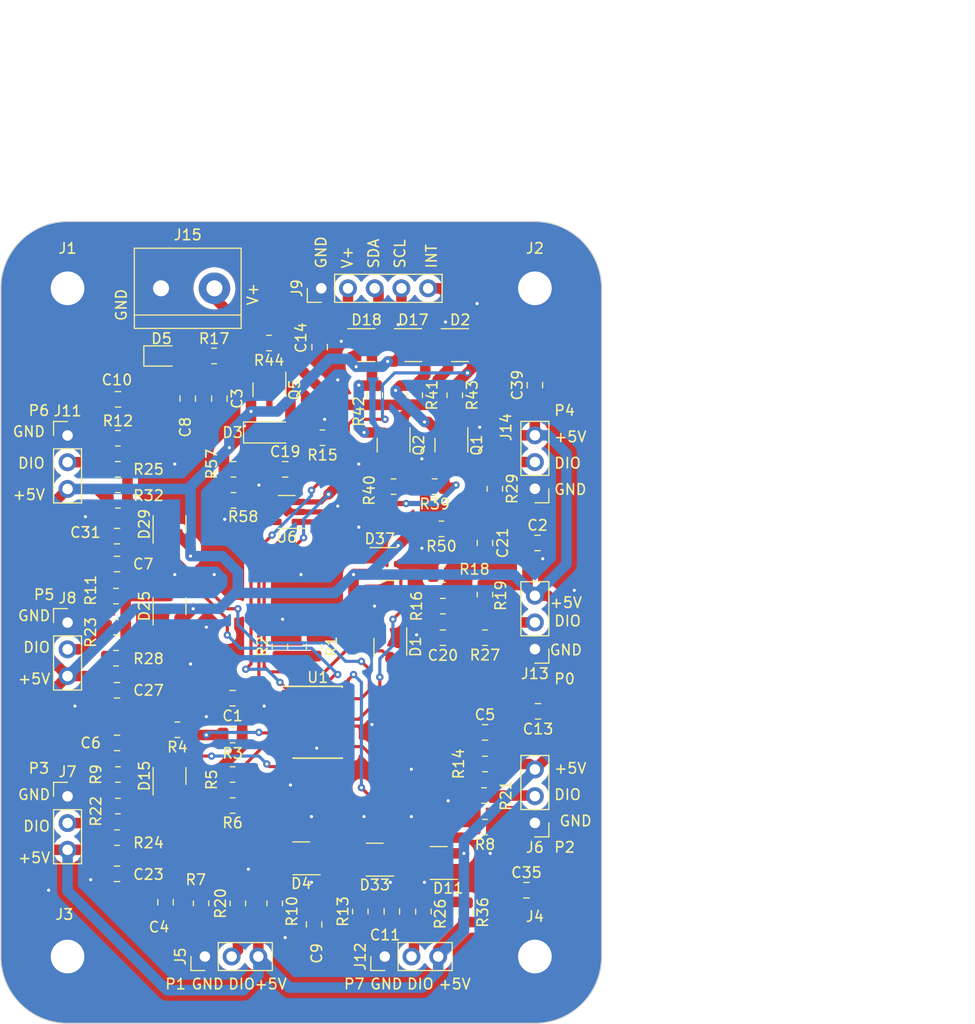
<source format=kicad_pcb>
(kicad_pcb (version 20221018) (generator pcbnew)
  (layers (0 "F.Cu" signal) (31 "B.Cu" signal) (34 "B.Paste" user) (35 "F.Paste" user) (36 "B.SilkS" user "B.Silkscreen") (37 "F.SilkS" user "F.Silkscreen") (38 "B.Mask" user) (39 "F.Mask" user) (44 "Edge.Cuts" user))
  (net 0 "")
  (net 1 "/I2CConnector/VI2C")
  (net 2 "GND")
  (net 3 "+5V")
  (net 4 "/PCF8574/HighSideGate1/IN")
  (net 5 "Net-(D17-A)")
  (net 6 "Net-(D18-A)")
  (net 7 "/PCF8574/HighSideGate2/IN")
  (net 8 "/PCF8574/HighSideGate3/IN")
  (net 9 "/PCF8574/HighSideGate5/IN")
  (net 10 "/PCF8574/HighSideGate6/IN")
  (net 11 "/PCF8574/HighSideGate7/IN")
  (net 12 "/PCF8574/HighSideGate/IN")
  (net 13 "/PCF8574/HighSideGate4/IN")
  (net 14 "Net-(D3-A)")
  (net 15 "Net-(J5-Pin_2)")
  (net 16 "Net-(D5-A)")
  (net 17 "/I2CConnector/INT")
  (net 18 "Net-(J6-Pin_2)")
  (net 19 "Net-(J7-Pin_2)")
  (net 20 "Net-(J8-Pin_2)")
  (net 21 "Net-(J11-Pin_2)")
  (net 22 "Net-(J12-Pin_2)")
  (net 23 "Net-(J13-Pin_2)")
  (net 24 "Net-(J14-Pin_2)")
  (net 25 "Net-(J15-Pin_2)")
  (net 26 "/EEPROMI2C/SCL")
  (net 27 "/EEPROMI2C/SDA")
  (net 28 "/PCF8574/A0")
  (net 29 "/PCF8574/A1")
  (net 30 "/PCF8574/A2")
  (net 31 "Net-(U6-WP)")
  (footprint "Resistor_SMD:R_0805_2012Metric" (layer "F.Cu") (at 154 79.9125 90)
    (fp_text reference "R19")
    (fp_text value "1.2kΩ")
  )
  (footprint "Package_TO_SOT_SMD:SOT-23-3" (layer "F.Cu") (at 147.1875 56.2)
    (fp_text reference "D17")
    (fp_text value "100V")
  )
  (footprint "Resistor_SMD:R_0805_2012Metric" (layer "F.Cu") (at 119.0875 100)
    (fp_text reference "R22")
    (fp_text value "1.2kΩ")
  )
  (footprint "Capacitor_SMD:C_0805_2012Metric" (layer "F.Cu") (at 125.73 61.28 -90)
    (fp_text reference "C8")
    (fp_text value "1uF")
  )
  (footprint "Package_TO_SOT_SMD:SOT-23-3" (layer "F.Cu") (at 151.6375 56.2)
    (fp_text reference "D2")
    (fp_text value "100V")
  )
  (footprint "Package_TO_SOT_SMD:SOT-23-3" (layer "F.Cu") (at 124 81 90)
    (fp_text reference "D25")
    (fp_text value "100V")
  )
  (footprint "Resistor_SMD:R_0805_2012Metric" (layer "F.Cu") (at 150 81)
    (fp_text reference "R16")
    (fp_text value "1.2kΩ")
  )
  (footprint "Capacitor_SMD:C_0805_2012Metric" (layer "F.Cu") (at 150 84 180)
    (fp_text reference "C20")
    (fp_text value "1uF")
  )
  (footprint "Connector_PinHeader_2.54mm:PinHeader_1x03_P2.54mm_Vertical" (layer "F.Cu") (at 114.3 99.075)
    (fp_text reference "J7")
    (fp_text value "DIO")
  )
  (footprint "Connector_PinHeader_2.54mm:PinHeader_1x03_P2.54mm_Vertical" (layer "F.Cu") (at 127.365 114.3 90)
    (fp_text reference "J5")
    (fp_text value "DIO")
  )
  (footprint "Resistor_SMD:R_0805_2012Metric" (layer "F.Cu") (at 150 78 180)
    (fp_text reference "R18")
    (fp_text value "1.2kΩ")
  )
  (footprint "MountingHole:MountingHole_3.2mm_M3_DIN965_Pad" (layer "F.Cu") (at 158.75 50.8)
    (fp_text reference "J2")
    (fp_text value "M3")
  )
  (footprint "Resistor_SMD:R_0805_2012Metric" (layer "F.Cu") (at 119.0875 70.95 180)
    (fp_text reference "R32")
    (fp_text value "1.2kΩ")
  )
  (footprint "Resistor_SMD:R_0805_2012Metric" (layer "F.Cu") (at 134 109.25 -90)
    (fp_text reference "R10")
    (fp_text value "1.2kΩ")
  )
  (footprint "Diode_SMD:D_SOD-123" (layer "F.Cu") (at 133.4 64.5)
    (fp_text reference "D3")
    (fp_text value "10V")
  )
  (footprint "Capacitor_SMD:C_0805_2012Metric" (layer "F.Cu") (at 119 106.44)
    (fp_text reference "C23")
    (fp_text value "1uF")
  )
  (footprint "Connector_PinHeader_2.54mm:PinHeader_1x03_P2.54mm_Vertical" (layer "F.Cu") (at 114.3 82.565)
    (fp_text reference "J8")
    (fp_text value "DIO")
  )
  (footprint "Resistor_SMD:R_0805_2012Metric" (layer "F.Cu") (at 145.31 69.645)
    (fp_text reference "R40")
    (fp_text value "10kΩ")
  )
  (footprint "Capacitor_SMD:C_0805_2012Metric" (layer "F.Cu") (at 119 94 180)
    (fp_text reference "C6")
    (fp_text value "1uF")
  )
  (footprint "Capacitor_SMD:C_0805_2012Metric" (layer "F.Cu") (at 135 68)
    (fp_text reference "C19")
    (fp_text value "1uF")
  )
  (footprint "Capacitor_SMD:C_0805_2012Metric" (layer "F.Cu") (at 158.75 60 90)
    (fp_text reference "C39")
    (fp_text value "1uF")
  )
  (footprint "Resistor_SMD:R_0805_2012Metric" (layer "F.Cu") (at 119.0875 68)
    (fp_text reference "R25")
    (fp_text value "1.2kΩ")
  )
  (footprint "TerminalBlock:TerminalBlock_bornier-2_P5.08mm" (layer "F.Cu") (at 123.19 50.8)
    (fp_text reference "J15")
    (fp_text value "Vin")
  )
  (footprint "Resistor_SMD:R_0805_2012Metric" (layer "F.Cu") (at 154 102 180)
    (fp_text reference "R8")
    (fp_text value "1.2kΩ")
  )
  (footprint "Connector_PinHeader_2.54mm:PinHeader_1x03_P2.54mm_Vertical" (layer "F.Cu") (at 158.75 69.85 180)
    (fp_text reference "J14")
    (fp_text value "DIO")
  )
  (footprint "Resistor_SMD:R_0805_2012Metric" (layer "F.Cu") (at 130 93.25 180)
    (fp_text reference "R3")
    (fp_text value "10kΩ")
  )
  (footprint "Capacitor_SMD:C_0805_2012Metric" (layer "F.Cu") (at 159 75)
    (fp_text reference "C2")
    (fp_text value "1uF")
  )
  (footprint "Resistor_SMD:R_0805_2012Metric" (layer "F.Cu") (at 143.51 60.96 -90)
    (fp_text reference "R42")
    (fp_text value "10kΩ")
  )
  (footprint "Package_TO_SOT_SMD:SOT-23-3" (layer "F.Cu") (at 136.5305 104.968 180)
    (fp_text reference "D4")
    (fp_text value "100V")
  )
  (footprint "Package_TO_SOT_SMD:SOT-23-5" (layer "F.Cu") (at 135.1375 72.05 180)
    (fp_text reference "U6")
    (fp_text value "24FC01T-I/OT")
  )
  (footprint "Connector_PinHeader_2.54mm:PinHeader_1x03_P2.54mm_Vertical" (layer "F.Cu") (at 158.75 85.09 180)
    (fp_text reference "J13")
    (fp_text value "DIO")
  )
  (footprint "Connector_PinHeader_2.54mm:PinHeader_1x03_P2.54mm_Vertical" (layer "F.Cu") (at 144.475 114.3 90)
    (fp_text reference "J12")
    (fp_text value "DIO")
  )
  (footprint "Resistor_SMD:R_0805_2012Metric" (layer "F.Cu") (at 119.0875 65.05)
    (fp_text reference "R12")
    (fp_text value "1.2kΩ")
  )
  (footprint "Capacitor_SMD:C_0805_2012Metric" (layer "F.Cu") (at 123.619 109.139 -90)
    (fp_text reference "C4")
    (fp_text value "1uF")
  )
  (footprint "Resistor_SMD:R_0805_2012Metric" (layer "F.Cu") (at 127 109.25 90)
    (fp_text reference "R7")
    (fp_text value "1.2kΩ")
  )
  (footprint "Package_TO_SOT_SMD:SOT-23-3" (layer "F.Cu") (at 124 73.2125 90)
    (fp_text reference "D29")
    (fp_text value "100V")
  )
  (footprint "Resistor_SMD:R_0805_2012Metric" (layer "F.Cu") (at 154.94 69.85 -90)
    (fp_text reference "R29")
    (fp_text value "1.2kΩ")
  )
  (footprint "Capacitor_SMD:C_0805_2012Metric" (layer "F.Cu") (at 119 77 180)
    (fp_text reference "C7")
    (fp_text value "1uF")
  )
  (footprint "Resistor_SMD:R_0805_2012Metric" (layer "F.Cu") (at 130 99.95 180)
    (fp_text reference "R6")
    (fp_text value "10kΩ")
  )
  (footprint "Resistor_SMD:R_0805_2012Metric" (layer "F.Cu") (at 119.0875 97)
    (fp_text reference "R9")
    (fp_text value "1.2kΩ")
  )
  (footprint "Resistor_SMD:R_0805_2012Metric" (layer "F.Cu") (at 118.9125 85.95 180)
    (fp_text reference "R28")
    (fp_text value "1.2kΩ")
  )
  (footprint "Connector_PinHeader_2.54mm:PinHeader_1x03_P2.54mm_Vertical" (layer "F.Cu") (at 114.3 64.785)
    (fp_text reference "J11")
    (fp_text value "DIO")
  )
  (footprint "Resistor_SMD:R_0805_2012Metric" (layer "F.Cu") (at 154 84 180)
    (fp_text reference "R27")
    (fp_text value "1.2kΩ")
  )
  (footprint "Resistor_SMD:R_0805_2012Metric" (layer "F.Cu") (at 153.9125 99 180)
    (fp_text reference "R21")
    (fp_text value "1.2kΩ")
  )
  (footprint "Resistor_SMD:R_0805_2012Metric" (layer "F.Cu") (at 137.75 84.8375 -90)
    (fp_text reference "R1")
    (fp_text value "10kΩ")
  )
  (footprint "Resistor_SMD:R_0805_2012Metric" (layer "F.Cu") (at 130.5 109.25 90)
    (fp_text reference "R20")
    (fp_text value "1.2kΩ")
  )
  (footprint "Capacitor_SMD:C_0805_2012Metric" (layer "F.Cu") (at 119 89)
    (fp_text reference "C27")
    (fp_text value "1uF")
  )
  (footprint "Capacitor_SMD:C_0805_2012Metric" (layer "F.Cu") (at 137.75 111.25 -90)
    (fp_text reference "C9")
    (fp_text value "1uF")
  )
  (footprint "Capacitor_SMD:C_0805_2012Metric" (layer "F.Cu") (at 154 93)
    (fp_text reference "C5")
    (fp_text value "1uF")
  )
  (footprint "Resistor_SMD:R_0805_2012Metric" (layer "F.Cu") (at 118.9125 80.05)
    (fp_text reference "R11")
    (fp_text value "1.2kΩ")
  )
  (footprint "Resistor_SMD:R_0805_2012Metric" (layer "F.Cu") (at 147.32 60.96 -90)
    (fp_text reference "R41")
    (fp_text value "10kΩ")
  )
  (footprint "Capacitor_SMD:C_0805_2012Metric" (layer "F.Cu") (at 130 89.75 180)
    (fp_text reference "C1")
    (fp_text value "1uF")
  )
  (footprint "Resistor_SMD:R_0805_2012Metric" (layer "F.Cu") (at 124.75 92.75 180)
    (fp_text reference "R4")
    (fp_text value "10kΩ")
  )
  (footprint "Resistor_SMD:R_0805_2012Metric" (layer "F.Cu") (at 130.0875 70.95)
    (fp_text reference "R58")
    (fp_text value "10kΩ")
  )
  (footprint "Resistor_SMD:R_0805_2012Metric" (layer "F.Cu") (at 152.146 110.109 -90)
    (fp_text reference "R36")
    (fp_text value "1.2kΩ")
  )
  (footprint "LED_SMD:LED_0805_2012Metric" (layer "F.Cu") (at 123.24 57.23)
    (fp_text reference "D5")
    (fp_text value "LED")
  )
  (footprint "Package_TO_SOT_SMD:SOT-23-3" (layer "F.Cu") (at 149.6005 105.41 180)
    (fp_text reference "D11")
    (fp_text value "100V")
  )
  (footprint "Resistor_SMD:R_0805_2012Metric" (layer "F.Cu") (at 118.9125 83)
    (fp_text reference "R23")
    (fp_text value "1.2kΩ")
  )
  (footprint "Package_TO_SOT_SMD:SOT-23-3" (layer "F.Cu") (at 142.7375 56.2)
    (fp_text reference "D18")
    (fp_text value "100V")
  )
  (footprint "Capacitor_SMD:C_0805_2012Metric" (layer "F.Cu") (at 154 75 -90)
    (fp_text reference "C21")
    (fp_text value "1uF")
  )
  (footprint "MountingHole:MountingHole_3.2mm_M3_DIN965_Pad" (layer "F.Cu") (at 114.3 114.3)
    (fp_text reference "J3")
    (fp_text value "M3")
  )
  (footprint "Capacitor_SMD:C_0805_2012Metric" (layer "F.Cu") (at 159.05 91 180)
    (fp_text reference "C13")
    (fp_text value "1uF")
  )
  (footprint "Package_TO_SOT_SMD:SOT-23-3" (layer "F.Cu") (at 143.5155 105.095 180)
    (fp_text reference "D33")
    (fp_text value "100V")
  )
  (footprint "Resistor_SMD:R_0805_2012Metric" (layer "F.Cu") (at 133.4625 56 180)
    (fp_text reference "R44")
    (fp_text value "NS")
  )
  (footprint "Resistor_SMD:R_0805_2012Metric" (layer "F.Cu") (at 149.2225 69.645 180)
    (fp_text reference "R39")
    (fp_text value "10kΩ")
  )
  (footprint "Resistor_SMD:R_0805_2012Metric" (layer "F.Cu") (at 149.86 73.66 180)
    (fp_text reference "R50")
    (fp_text value "1.2kΩ")
  )
  (footprint "Package_TO_SOT_SMD:SOT-23-3" (layer "F.Cu") (at 145 84.8625 -90)
    (fp_text reference "D1")
    (fp_text value "100V")
  )
  (footprint "Package_TO_SOT_SMD:SOT-23" (layer "F.Cu") (at 133.5 60.4375 -90)
    (fp_text reference "Q5")
    (fp_text value "Q_PMOS_GSD")
  )
  (footprint "Capacitor_SMD:C_0805_2012Metric" (layer "F.Cu") (at 145.146 110.0215 -90)
    (fp_text reference "C11")
    (fp_text value "1uF")
  )
  (footprint "Package_TO_SOT_SMD:SOT-23" (layer "F.Cu") (at 150.81 65.7075 -90)
    (fp_text reference "Q1")
    (fp_text value "Q_NMOS_GSD")
  )
  (footprint "MountingHole:MountingHole_3.2mm_M3_DIN965_Pad" (layer "F.Cu") (at 114.3 50.8)
    (fp_text reference "J1")
    (fp_text value "M3")
  )
  (footprint "Resistor_SMD:R_0805_2012Metric" (layer "F.Cu") (at 148.146 110.0215 90)
    (fp_text reference "R26")
    (fp_text value "1.2kΩ")
  )
  (footprint "Package_TO_SOT_SMD:SOT-23-3" (layer "F.Cu") (at 124 97.1375 90)
    (fp_text reference "D15")
    (fp_text value "100V")
  )
  (footprint "Resistor_SMD:R_0805_2012Metric" (layer "F.Cu") (at 119 103 180)
    (fp_text reference "R24")
    (fp_text value "1.2kΩ")
  )
  (footprint "Resistor_SMD:R_0805_2012Metric" (layer "F.Cu") (at 142.146 110.0215 90)
    (fp_text reference "R13")
    (fp_text value "1.2kΩ")
  )
  (footprint "Capacitor_SMD:C_0805_2012Metric" (layer "F.Cu") (at 119 74.35)
    (fp_text reference "C31")
    (fp_text value "1uF")
  )
  (footprint "Capacitor_SMD:C_0805_2012Metric" (layer "F.Cu") (at 128.74 61.28 -90)
    (fp_text reference "C3")
    (fp_text value "10uF")
  )
  (footprint "Capacitor_SMD:C_0805_2012Metric" (layer "F.Cu") (at 138.275 56.3875 -90)
    (fp_text reference "C14")
    (fp_text value "1uF")
  )
  (footprint "Capacitor_SMD:C_0805_2012Metric" (layer "F.Cu") (at 119.1025 61.35 180)
    (fp_text reference "C10")
    (fp_text value "1uF")
  )
  (footprint "Connector_PinHeader_2.54mm:PinHeader_1x05_P2.54mm_Vertical" (layer "F.Cu") (at 138.435 50.8 90)
    (fp_text reference "J9")
    (fp_text value "I2C")
  )
  (footprint "Resistor_SMD:R_0805_2012Metric" (layer "F.Cu") (at 154 96)
    (fp_text reference "R14")
    (fp_text value "1.2kΩ")
  )
  (footprint "MountingHole:MountingHole_3.2mm_M3_DIN965_Pad" (layer "F.Cu") (at 158.75 114.3)
    (fp_text reference "J4")
    (fp_text value "M3")
  )
  (footprint "Resistor_SMD:R_0805_2012Metric" (layer "F.Cu") (at 151.13 60.96 -90)
    (fp_text reference "R43")
    (fp_text value "10kΩ")
  )
  (footprint "Capacitor_SMD:C_0805_2012Metric" (layer "F.Cu") (at 157.95 108)
    (fp_text reference "C35")
    (fp_text value "1uF")
  )
  (footprint "Package_TO_SOT_SMD:SOT-23" (layer "F.Cu") (at 145.31 65.7075 -90)
    (fp_text reference "Q2")
    (fp_text value "Q_NMOS_GSD")
  )
  (footprint "Resistor_SMD:R_0805_2012Metric" (layer "F.Cu") (at 130.0875 68 180)
    (fp_text reference "R57")
    (fp_text value "10kΩ")
  )
  (footprint "Package_TO_SOT_SMD:SOT-23-3" (layer "F.Cu") (at 144.8625 77)
    (fp_text reference "D37")
    (fp_text value "100V")
  )
  (footprint "Resistor_SMD:R_0805_2012Metric" (layer "F.Cu") (at 134.5 84.8375 90)
    (fp_text reference "R2")
    (fp_text value "10kΩ")
  )
  (footprint "Package_SO:SSOP-20_4.4x6.5mm_P0.65mm" (layer "F.Cu") (at 138.1 92.075)
    (fp_text reference "U1")
    (fp_text value "PCF8574TS")
  )
  (footprint "Resistor_SMD:R_0805_2012Metric" (layer "F.Cu") (at 128.24 57.23)
    (fp_text reference "R17")
    (fp_text value "500Ω")
  )
  (footprint "Resistor_SMD:R_0805_2012Metric" (layer "F.Cu") (at 130 97)
    (fp_text reference "R5")
    (fp_text value "10kΩ")
  )
  (footprint "Resistor_SMD:R_0805_2012Metric" (layer "F.Cu") (at 138.55 65 180)
    (fp_text reference "R15")
    (fp_text value "100kΩ")
  )
  (footprint "Connector_PinHeader_2.54mm:PinHeader_1x03_P2.54mm_Vertical" (layer "F.Cu") (at 158.75 101.6 180)
    (fp_text reference "J6")
    (fp_text value "DIO")
  )
  (gr_arc (start 107.95 50.8) (mid 109.809872 46.309872) (end 114.3 44.45) (stroke (width 0.1)) (layer "Edge.Cuts"))
  (gr_line (start 107.95 114.3) (end 107.95 50.8) (stroke (width 0.1)) (layer "Edge.Cuts"))
  (gr_arc (start 114.3 120.65) (mid 109.809872 118.790128) (end 107.95 114.3) (stroke (width 0.1)) (layer "Edge.Cuts"))
  (gr_arc (start 165.1 114.3) (mid 163.240128 118.790128) (end 158.75 120.65) (stroke (width 0.1)) (layer "Edge.Cuts"))
  (gr_line (start 165.1 50.8) (end 165.1 114.3) (stroke (width 0.1)) (layer "Edge.Cuts"))
  (gr_arc (start 158.75 44.45) (mid 163.240128 46.309872) (end 165.1 50.8) (stroke (width 0.1)) (layer "Edge.Cuts"))
  (gr_line (start 114.3 44.45) (end 158.75 44.45) (stroke (width 0.1)) (layer "Edge.Cuts"))
  (gr_line (start 158.75 120.65) (end 114.3 120.65) (stroke (width 0.1)) (layer "Edge.Cuts"))
  (gr_text "GND" (at 109 65) (layer "F.SilkS") (effects (font (size 1 1)) (justify left bottom)))
  (gr_text "+5V" (at 160.5 97) (layer "F.SilkS") (effects (font (size 1 1)) (justify left bottom)))
  (gr_text "GND" (at 120 54 90) (layer "F.SilkS") (effects (font (size 1 1)) (justify left bottom)))
  (gr_text "P4" (at 160.5 63) (layer "F.SilkS") (effects (font (size 1 1)) (justify left bottom)))
  (gr_text "INT" (at 149.5 49 90) (layer "F.SilkS") (effects (font (size 1 1)) (justify left bottom)))
  (gr_text "P2" (at 160.5 104.5) (layer "F.SilkS") (effects (font (size 1 1)) (justify left bottom)))
  (gr_text "SCL" (at 146.5 49 90) (layer "F.SilkS") (effects (font (size 1 1)) (justify left bottom)))
  (gr_text "P1" (at 123.5 117.5) (layer "F.SilkS") (effects (font (size 1 1)) (justify left bottom)))
  (gr_text "+5V" (at 160.08 81.25) (layer "F.SilkS") (effects (font (size 1 1)) (justify left bottom)))
  (gr_text "P7" (at 140.5 117.5) (layer "F.SilkS") (effects (font (size 1 1)) (justify left bottom)))
  (gr_text "SDA" (at 144 49 90) (layer "F.SilkS") (effects (font (size 1 1)) (justify left bottom)))
  (gr_text "GND" (at 160.5 70.5) (layer "F.SilkS") (effects (font (size 1 1)) (justify left bottom)))
  (gr_text "GND" (at 161 102) (layer "F.SilkS") (effects (font (size 1 1)) (justify left bottom)))
  (gr_text "DIO" (at 160.5 83) (layer "F.SilkS") (effects (font (size 1 1)) (justify left bottom)))
  (gr_text "DIO" (at 146.5 117.5) (layer "F.SilkS") (effects (font (size 1 1)) (justify left bottom)))
  (gr_text "+5V" (at 109.5 88.5) (layer "F.SilkS") (effects (font (size 1 1)) (justify left bottom)))
  (gr_text "DIO" (at 129.5 117.5) (layer "F.SilkS") (effects (font (size 1 1)) (justify left bottom)))
  (gr_text "GND" (at 139 49 90) (layer "F.SilkS") (effects (font (size 1 1)) (justify left bottom)))
  (gr_text "DIO" (at 110 85.5) (layer "F.SilkS") (effects (font (size 1 1)) (justify left bottom)))
  (gr_text "+5V" (at 132 117.5) (layer "F.SilkS") (effects (font (size 1 1)) (justify left bottom)))
  (gr_text "GND" (at 109.5 99.5) (layer "F.SilkS") (effects (font (size 1 1)) (justify left bottom)))
  (gr_text "+5V" (at 109.5 105.5) (layer "F.SilkS") (effects (font (size 1 1)) (justify left bottom)))
  (gr_text "GND" (at 109.5 82.5) (layer "F.SilkS") (effects (font (size 1 1)) (justify left bottom)))
  (gr_text "DIO" (at 110 102.5) (layer "F.SilkS") (effects (font (size 1 1)) (justify left bottom)))
  (gr_text "P3" (at 110.5 97) (layer "F.SilkS") (effects (font (size 1 1)) (justify left bottom)))
  (gr_text "P6" (at 110.5 63) (layer "F.SilkS") (effects (font (size 1 1)) (justify left bottom)))
  (gr_text "V+" (at 132.5 52.5 90) (layer "F.SilkS") (effects (font (size 1 1)) (justify left bottom)))
  (gr_text "DIO" (at 160.5 99.5) (layer "F.SilkS") (effects (font (size 1 1)) (justify left bottom)))
  (gr_text "V+" (at 141.5 49 90) (layer "F.SilkS") (effects (font (size 1 1)) (justify left bottom)))
  (gr_text "P5" (at 111 80.5) (layer "F.SilkS") (effects (font (size 1 1)) (justify left bottom)))
  (gr_text "P0" (at 160.5 88.5) (layer "F.SilkS") (effects (font (size 1 1)) (justify left bottom)))
  (gr_text "GND" (at 126 117.5) (layer "F.SilkS") (effects (font (size 1 1)) (justify left bottom)))
  (gr_text "GND" (at 160.08 85.755) (layer "F.SilkS") (effects (font (size 1 1)) (justify left bottom)))
  (gr_text "DIO" (at 160.5 68) (layer "F.SilkS") (effects (font (size 1 1)) (justify left bottom)))
  (gr_text "GND" (at 143 117.5) (layer "F.SilkS") (effects (font (size 1 1)) (justify left bottom)))
  (gr_text "+5V" (at 109 71) (layer "F.SilkS") (effects (font (size 1 1)) (justify left bottom)))
  (gr_text "+5V" (at 149.5 117.5) (layer "F.SilkS") (effects (font (size 1 1)) (justify left bottom)))
  (gr_text "DIO" (at 109.5 68) (layer "F.SilkS") (effects (font (size 1 1)) (justify left bottom)))
  (gr_text "+5V" (at 160.5 65.5) (layer "F.SilkS") (effects (font (size 1 1)) (justify left bottom)))
  (segment (start 151.76 64.77) (end 151.76 62.5025) (width 1) (layer "F.Cu") (net 1))
  (segment (start 149.5 59.5) (end 149.5 61.6225) (width 1) (layer "F.Cu") (net 1))
  (segment (start 146.26 64.77) (end 146.26 62.9325) (width 1) (layer "F.Cu") (net 1))
  (segment (start 138.275 55.4375) (end 138.275 55.225) (width 1) (layer "F.Cu") (net 1))
  (segment (start 143.51 61.8725) (end 139.8725 61.8725) (width 1) (layer "F.Cu") (net 1))
  (segment (start 138.275 55.225) (end 140.975 52.525) (width 1) (layer "F.Cu") (net 1))
  (segment (start 136.25 55.4375) (end 134.9375 55.4375) (width 1) (layer "F.Cu") (net 1))
  (segment (start 134.9375 55.4375) (end 134.375 56) (width 1) (layer "F.Cu") (net 1))
  (segment (start 151.76 62.5025) (end 151.13 61.8725) (width 1) (layer "F.Cu") (net 1))
  (segment (start 149.5 61.6225) (end 149.25 61.8725) (width 1) (layer "F.Cu") (net 1))
  (segment (start 146.26 62.9325) (end 147.32 61.8725) (width 1) (layer "F.Cu") (net 1))
  (segment (start 140.975 52.525) (end 140.975 50.8) (width 1) (layer "F.Cu") (net 1))
  (segment (start 150.5 57.15) (end 150.5 58.5) (width 1) (layer "F.Cu") (net 1))
  (segment (start 139.8725 61.8725) (end 136.25 58.25) (width 1) (layer "F.Cu") (net 1))
  (segment (start 143.51 61.8725) (end 147.32 61.8725) (width 1) (layer "F.Cu") (net 1))
  (segment (start 138.275 55.4375) (end 136.25 55.4375) (width 1) (layer "F.Cu") (net 1))
  (segment (start 136.25 58.25) (end 136.25 55.4375) (width 1) (layer "F.Cu") (net 1))
  (segment (start 150.5 58.5) (end 149.5 59.5) (width 1) (layer "F.Cu") (net 1))
  (segment (start 149.25 61.8725) (end 151.13 61.8725) (width 1) (layer "F.Cu") (net 1))
  (segment (start 147.32 61.8725) (end 149.25 61.8725) (width 1) (layer "F.Cu") (net 1))
  (segment (start 118.05 92.2) (end 118.05 94) (width 1) (layer "F.Cu") (net 2))
  (segment (start 118.05 76.7) (end 118.05 77) (width 1) (layer "F.Cu") (net 2))
  (segment (start 142 74.325) (end 143.725 76.05) (width 1) (layer "F.Cu") (net 2))
  (segment (start 147 88.5) (end 155.34 88.5) (width 1) (layer "F.Cu") (net 2))
  (segment (start 118.175 65.05) (end 118.175 61.3725) (width 1) (layer "F.Cu") (net 2))
  (segment (start 138.275 57.3375) (end 138.275 57.775) (width 1) (layer "F.Cu") (net 2))
  (segment (start 149.0875 80.6625) (end 150.9125 78.8375) (width 1) (layer "F.Cu") (net 2))
  (segment (start 129.25 71.025) (end 129.175 70.95) (width 1) (layer "F.Cu") (net 2))
  (segment (start 156.25 75.25) (end 156.25 73.5) (width 1) (layer "F.Cu") (net 2))
  (segment (start 127.25 62.23) (end 128.74 62.23) (width 1) (layer "F.Cu") (net 2))
  (segment (start 126.9265 110.089) (end 127 110.1625) (width 1) (layer "F.Cu") (net 2))
  (segment (start 124.23 62.23) (end 125.73 62.23) (width 1) (layer "F.Cu") (net 2))
  (segment (start 158.75 69.85) (end 158.75 71.75) (width 1) (layer "F.Cu") (net 2))
  (segment (start 156.25 73.5) (end 158.75 71) (width 1) (layer "F.Cu") (net 2))
  (segment (start 158.1 85.74) (end 158.75 85.09) (width 1) (layer "F.Cu") (net 2))
  (segment (start 118.05 80) (end 118 80.05) (width 1) (layer "F.Cu") (net 2))
  (segment (start 135.663972 72.05) (end 135.1125 71.498528) (width 0.5) (layer "F.Cu") (net 2))
  (segment (start 142.25 117.5) (end 144.475 115.275) (width 1) (layer "F.Cu") (net 2))
  (segment (start 155.55 117.5) (end 142.25 117.5) (width 1) (layer "F.Cu") (net 2))
  (segment (start 136.275 72.05) (end 135.663972 72.05) (width 0.5) (layer "F.Cu") (net 2))
  (segment (start 135.1125 71.498528) (end 135.1125 68.8375) (width 0.5) (layer "F.Cu") (net 2))
  (segment (start 118.05 77) (end 118.05 80) (width 1) (layer "F.Cu") (net 2))
  (segment (start 157.3 52.25) (end 158.75 50.8) (width 1) (layer "F.Cu") (net 2))
  (segment (start 121.339 110.089) (end 123.619 110.089) (width 1) (layer "F.Cu") (net 2))
  (segment (start 160 73) (end 160 74.95) (width 1) (layer "F.Cu") (net 2))
  (segment (start 142 73.5) (end 142 74.325) (width 1) (layer "F.Cu") (net 2))
  (segment (start 120.0875 89) (end 123.41875 92.33125) (width 1) (layer "F.Cu") (net 2))
  (segment (start 128.5 117.5) (end 142.25 117.5) (width 1) (layer "F.Cu") (net 2))
  (segment (start 155.3125 101.6) (end 154.9125 102) (width 1) (layer "F.Cu") (net 2))
  (segment (start 114.565 65.05) (end 114.3 64.785) (width 1) (layer "F.Cu") (net 2))
  (segment (start 149.05 81.0375) (end 149.0875 81) (width 1) (layer "F.Cu") (net 2))
  (segment (start 123.05 98.275) (end 123.05 99.3) (width 1) (layer "F.Cu") (net 2))
  (segment (start 161.75 68.5) (end 160.4 69.85) (width 1) (layer "F.Cu") (net 2))
  (segment (start 148.775 83.725) (end 149.05 84) (width 1) (layer "F.Cu") (net 2))
  (segment (start 161.75 60.25) (end 161.75 68.5) (width 1) (layer "F.Cu") (net 2))
  (segment (start 139.4625 66.7875) (end 139.4625 65) (width 1) (layer "F.Cu") (net 2))
  (segment (start 140.925 55.25) (end 140.3375 55.8375) (width 1) (layer "F.Cu") (net 2))
  (segment (start 127.25 69.025) (end 129.175 70.95) (width 1) (layer "F.Cu") (net 2))
  (segment (start 119.95 106.44) (end 120.06 106.44) (width 1) (layer "F.Cu") (net 2))
  (segment (start 142.1835 110.9715) (end 142.146 110.934) (width 1) (layer "F.Cu") (net 2))
  (segment (start 149.25 107.25) (end 148.25 107.25) (width 1) (layer "F.Cu") (net 2))
  (segment (start 138.8375 57.3375) (end 138.275 57.3375) (width 1) (layer "F.Cu") (net 2))
  (segment (start 150.25 55) (end 150.5 55.25) (width 1) (layer "F.Cu") (net 2))
  (segment (start 122.3025 51.6875) (end 122.3025 57.23) (width 1) (layer "F.Cu") (net 2))
  (segment (start 139.4625 63.9625) (end 139.4625 65) (width 1) (layer "F.Cu") (net 2))
  (segment (start 119.95 89) (end 119.95 90.3) (width 1) (layer "F.Cu") (net 2))
  (segment (start 154.39 106.36) (end 158.75 102) (width 1) (layer "F.Cu") (net 2))
  (segment (start 158.75 59.05) (end 160.55 59.05) (width 1) (layer "F.Cu") (net 2))
  (segment (start 144.475 115.275) (end 144.475 114.3) (width 1) (layer "F.Cu") (net 2))
  (segment (start 123.41875 92.33125) (end 123.8375 92.75) (width 1) (layer "F.Cu") (net 2))
  (segment (start 125.73 62.23) (end 127.25 62.23) (width 1) (layer "F.Cu") (net 2))
  (segment (start 145.75 54.95) (end 146.05 55.25) (width 1) (layer "F.Cu") (net 2))
  (segment (start 143.1 92.4) (end 143.25 92.25) (width 0.3) (layer "F.Cu") (net 2))
  (segment (start 136.275 72.05) (end 139.45 72.05) (width 0.5) (layer "F.Cu") (net 2))
  (segment (start 119.77 57.23) (end 118.25 58.75) (width 1) (layer "F.Cu") (net 2))
  (segment (start 150.9125 78) (end 151.95 78) (width 1) (layer "F.Cu") (net 2))
  (segment (start 154 75.95) (end 155.55 75.95) (width 1) (layer "F.Cu") (net 2))
  (segment (start 121.75 87.5) (end 121.75 83) (width 1) (layer "F.Cu") (net 2))
  (segment (start 127 113.935) (end 127.365 114.3) (width 1) (layer "F.Cu") (net 2))
  (segment (start 118.05 94) (end 118.05 96.875) (width 1) (layer "F.Cu") (net 2))
  (segment (start 120.25 89) (end 121.75 87.5) (width 1) (layer "F.Cu") (net 2))
  (segment (start 118 80.05) (end 116.815 80.05) (width 1) (layer "F.Cu") (net 2))
  (segment (start 118.25 58.75) (end 118.25 61.2525) (width 1) (layer "F.Cu") (net 2))
  (segment (start 135.1125 68.8375) (end 135.95 68) (width 0.5) (layer "F.Cu") (net 2))
  (segment (start 128.25 78) (end 128.25 73.75) (width 1) (layer "F.Cu") (net 2))
  (segment (start 142.146 110.934) (end 140.88 112.2) (width 1) (layer "F.Cu") (net 2))
  (segment (start 158.75 101.6) (end 155.3125 101.6) (width 1) (layer "F.Cu") (net 2))
  (segment (start 116.1 99.075) (end 118.175 97) (width 1) (layer "F.Cu") (net 2))
  (segment (start 153.25 52.25) (end 157.3 52.25) (width 1) (layer "F.Cu") (net 2))
  (segment (start 118.05 96.875) (end 118.175 97) (width 1) (layer "F.Cu") (net 2))
  (segment (start 120.625 109.375) (end 121.339 110.089) (width 1) (layer "F.Cu") (net 2))
  (segment (start 144.475 114.3) (end 144.475 111.6425) (width 1) (layer "F.Cu") (net 2))
  (segment (start 122.3025 57.23) (end 119.77 57.23) (width 1) (layer "F.Cu") (net 2))
  (segment (start 118.175 65.05) (end 114.565 65.05) (width 1) (layer "F.Cu") (net 2))
  (segment (start 145 106.392) (end 144.653 106.045) (width 1) (layer "F.Cu") (net 2))
  (segment (start 137.5 106.086) (end 137.668 105.918) (width 1) (layer "F.Cu") (net 2))
  (segment (start 150.9125 78.8375) (end 150.9125 78) (width 1) (layer "F.Cu") (net 2))
  (segment (start 160.55 59.05) (end 161.75 60.25) (width 1) (layer "F.Cu") (net 2))
  (segment (start 119.95 74.35) (end 123.05 74.35) (width 1) (layer "F.Cu") (net 2))
  (segment (start 122.3025 60.3025) (end 124.23 62.23) (width 1) (layer "F.Cu") (net 2))
  (segment (start 140.3375 55.8375) (end 138.8375 57.3375) (width 1) (layer "F.Cu") (net 2))
  (segment (start 137.5 107.25) (end 137.5 106.086) (width 1) (layer "F.Cu") (net 2))
  (segment (start 122.6125 82.1375) (end 123.05 82.1375) (width 1) (layer "F.Cu") (net 2))
  (segment (start 158.75 71) (end 158.75 69.85) (width 1) (layer "F.Cu") (net 2))
  (segment (start 158.9 101.75) (end 158.75 101.6) (width 1) (layer "F.Cu") (net 2))
  (segment (start 129.25 72.75) (end 129.25 71.025) (width 1) (layer "F.Cu") (net 2))
  (segment (start 158.75 71.75) (end 160 73) (width 1) (layer "F.Cu") (net 2))
  (segment (start 119.95 74.8) (end 118.05 76.7) (width 1) (layer "F.Cu") (net 2))
  (segment (start 141 92.4) (end 143.1 92.4) (width 0.3) (layer "F.Cu") (net 2))
  (segment (start 160 74.95) (end 159.95 75) (width 1) (layer "F.Cu") (net 2))
  (segment (start 129.05 89.75) (end 126 89.75) (width 1) (layer "F.Cu") (net 2))
  (segment (start 114.3 114.3) (end 119.225 109.375) (width 1) (layer "F.Cu") (net 2))
  (segment (start 150.25 54) (end 150.25 55) (width 1) (layer "F.Cu") (net 2))
  (segment (start 123.7 102.8) (end 123.7 99.95) (width 1) (layer "F.Cu") (net 2))
  (segment (start 134.5 83.925) (end 134.5 82.5) (width 1) (layer "F.Cu") (net 2))
  (segment (start 138.25 68) (end 139.4625 66.7875) (width 1) (layer "F.Cu") (net 2))
  (segment (start 151.95 78) (end 154 75.95) (width 1) (layer "F.Cu") (net 2))
  (segment (start 158.9 108) (end 158.9 101.75) (width 1) (layer "F.Cu") (net 2))
  (segment (start 128.25 73.75) (end 129.25 72.75) (width 1) (layer "F.Cu") (net 2))
  (segment (start 134.5 82.5) (end 134.75 82.25) (width 1) (layer "F.Cu") (net 2))
  (segment (start 145 107.25) (end 145 106.392) (width 1) (layer "F.Cu") (net 2))
  (segment (start 114.3 99.075) (end 116.1 99.075) (width 1) (layer "F.Cu") (net 2))
  (segment (start 149.05 84) (end 149.05 81.0375) (width 1) (layer "F.Cu") (net 2))
  (segment (start 139.45 72.05) (end 140 71.5) (width 0.5) (layer "F.Cu") (net 2))
  (segment (start 158.1 91) (end 158.1 85.74) (width 1) (layer "F.Cu") (net 2))
  (segment (start 138.275 57.775) (end 140 59.5) (width 1) (layer "F.Cu") (net 2))
  (segment (start 158.1 91) (end 156.95 91) (width 1) (layer "F.Cu") (net 2))
  (segment (start 123.619 110.089) (end 126.9265 110.089) (width 1) (layer "F.Cu") (net 2))
  (segment (start 118.25 61.2525) (end 118.1525 61.35) (width 1) (layer "F.Cu") (net 2))
  (segment (start 123.7 99.95) (end 129.0875 99.95) (width 1) (layer "F.Cu") (net 2))
  (segment (start 158.75 102) (end 158.75 101.6) (width 1) (layer "F.Cu") (net 2))
  (segment (start 155.34 88.5) (end 158.75 85.09) (width 1) (layer "F.Cu") (net 2))
  (segment (start 118.175 61.3725) (end 118.1525 61.35) (width 1) (layer "F.Cu") (net 2))
  (segment (start 119.95 106.44) (end 119.95 108.7) (width 1) (layer "F.Cu") (net 2))
  (segment (start 122.3025 57.23) (end 122.3025 60.3025) (width 1) (layer "F.Cu") (net 2))
  (segment (start 141.6 55.25) (end 140.925 55.25) (width 1) (layer "F.Cu") (net 2))
  (segment (start 119.95 89) (end 120.0875 89) (width 1) (layer "F.Cu") (net 2))
  (segment (start 123.05 99.3) (end 123.7 99.95) (width 1) (layer "F.Cu") (net 2))
  (segment (start 116.815 80.05) (end 114.3 82.565) (width 1) (layer "F.Cu") (net 2))
  (segment (start 140.88 112.2) (end 137.75 112.2) (width 1) (layer "F.Cu") (net 2))
  (segment (start 160.4 69.85) (end 158.75 69.85) (width 1) (layer "F.Cu") (net 2))
  (segment (start 120.06 106.44) (end 123.7 102.8) (width 1) (layer "F.Cu") (net 2))
  (segment (start 119.95 90.3) (end 118.05 92.2) (width 1) (layer "F.Cu") (net 2))
  (segment (start 119.95 89) (end 120.25 89) (width 1) (layer "F.Cu") (net 2))
  (segment (start 144.475 111.6425) (end 145.146 110.9715) (width 1) (layer "F.Cu") (net 2))
  (segment (start 158.75 50.8) (end 158.75 59.05) (width 1) (layer "F.Cu") (net 2))
  (segment (start 121.75 83) (end 122.6125 82.1375) (width 1) (layer "F.Cu") (net 2))
  (segment (start 123.19 50.8) (end 122.3025 51.6875) (width 1) (layer "F.Cu") (net 2))
  (segment (start 127.25 62.23) (end 127.25 69.025) (width 1) (layer "F.Cu") (net 2))
  (segment (start 145.75 54.25) (end 145.75 54.95) (width 1) (layer "F.Cu") (net 2))
  (segment (start 158.75 114.3) (end 155.55 117.5) (width 1) (layer "F.Cu") (net 2))
  (segment (start 155.55 75.95) (end 156.25 75.25) (width 1) (layer "F.Cu") (net 2))
  (segment (start 119.95 108.7) (end 120.625 109.375) (width 1) (layer "F.Cu") (net 2))
  (segment (start 123.05 74.35) (end 123.05 76.55) (width 1) (layer "F.Cu") (net 2))
  (segment (start 138.75 63.25) (end 139.4625 63.9625) (width 1) (layer "F.Cu") (net 2))
  (segment (start 127.365 114.3) (end 127.365 116.365) (width 1) (layer "F.Cu") (net 2))
  (segment (start 143.25 92.25) (end 147 88.5) (width 1) (layer "F.Cu") (net 2))
  (segment (start 150.14 106.36) (end 149.25 107.25) (width 1) (layer "F.Cu") (net 2))
  (segment (start 135.95 68) (end 138.25 68) (width 1) (layer "F.Cu") (net 2))
  (segment (start 127.365 116.365) (end 128.5 117.5) (width 1) (layer "F.Cu") (net 2))
  (segment (start 149.0875 81) (end 149.0875 80.6625) (width 1) (layer "F.Cu") (net 2))
  (segment (start 127 110.1625) (end 127 113.935) (width 1) (layer "F.Cu") (net 2))
  (segment (start 119.95 74.35) (end 119.95 74.8) (width 1) (layer "F.Cu") (net 2))
  (segment (start 145.146 110.9715) (end 142.1835 110.9715) (width 1) (layer "F.Cu") (net 2))
  (segment (start 119.225 109.375) (end 120.625 109.375) (width 1) (layer "F.Cu") (net 2))
  (segment (start 147.5 83.725) (end 148.775 83.725) (width 1) (layer "F.Cu") (net 2))
  (segment (start 150.738 106.36) (end 150.14 106.36) (width 1) (layer "F.Cu") (net 2))
  (segment (start 126 89.75) (end 123.41875 92.33125) (width 1) (layer "F.Cu") (net 2))
  (segment (start 123.05 76.55) (end 124.5 78) (width 1) (layer "F.Cu") (net 2))
  (segment (start 150.738 106.36) (end 154.39 106.36) (width 1) (layer "F.Cu") (net 2))
  (segment (start 123.19 50.8) (end 114.3 50.8) (width 1) (layer "F.Cu") (net 2))
  (segment (start 156.95 91) (end 154.95 93) (width 1) (layer "F.Cu") (net 2))
  (segment (start 145.95 83.725) (end 147.5 83.725) (width 1) (layer "F.Cu") (net 2))
  (via (at 126 86.5) (size 0.7) (drill 0.3) (layers "F.Cu" "B.Cu") (net 2))
  (via (at 115 90.5) (size 0.7) (drill 0.3) (layers "F.Cu" "B.Cu") (net 2))
  (via (at 153.5 64) (size 0.7) (drill 0.3) (layers "F.Cu" "B.Cu") (net 2))
  (via (at 142.5 101) (size 0.7) (drill 0.3) (layers "F.Cu" "B.Cu") (net 2))
  (via (at 140 59.5) (size 0.7) (drill 0.3) (layers "F.Cu" "B.Cu") (net 2))
  (via (at 131.5 106) (size 0.7) (drill 0.3) (layers "F.Cu" "B.Cu") (net 2))
  (via (at 132.5 69.5) (size 0.7) (drill 0.3) (layers "F.Cu" "B.Cu") (net 2))
  (via (at 143.5 81) (size 0.7) (drill 0.3) (layers "F.Cu" "B.Cu") (net 2))
  (via (at 127.5 83) (size 0.7) (drill 0.3) (layers "F.Cu" "B.Cu") (net 2))
  (via (at 140.3375 55.8375) (size 0.7) (drill 0.3) (layers "F.Cu" "B.Cu") (net 2))
  (via (at 137.5 101) (size 0.7) (drill 0.3) (layers "F.Cu" "B.Cu") (net 2))
  (via (at 148 75.5) (size 0.7) (drill 0.3) (layers "F.Cu" "B.Cu") (net 2))
  (via (at 142 73.5) (size 0.7) (drill 0.3) (layers "F.Cu" "B.Cu") (net 2))
  (via (at 148 67) (size 0.7) (drill 0.3) (layers "F.Cu" "B.Cu") (net 2))
  (via (at 154.5 104.5) (size 0.7) (drill 0.3) (layers "F.Cu" "B.Cu") (net 2))
  (via (at 138 94.5) (size 0.7) (drill 0.3) (layers "F.Cu" "B.Cu") (net 2))
  (via (at 162.5 79.5) (size 0.7) (drill 0.3) (layers "F.Cu" "B.Cu") (net 2))
  (via (at 140 71.5) (size 0.7) (drill 0.3) (layers "F.Cu" "B.Cu") (net 2))
  (via (at 134.75 82.25) (size 0.7) (drill 0.3) (layers "F.Cu" "B.Cu") (net 2))
  (via (at 147 96.5) (size 0.7) (drill 0.3) (layers "F.Cu" "B.Cu") (net 2))
  (via (at 147.5 83.725) (size 0.7) (drill 0.3) (layers "F.Cu" "B.Cu") (net 2))
  (via (at 147 101) (size 0.7) (drill 0.3) (layers "F.Cu" "B.Cu") (net 2))
  (via (at 153.25 52.25) (size 0.7) (drill 0.3) (layers "F.Cu" "B.Cu") (net 2))
  (via (at 135.5 98) (size 0.7) (drill 0.3) (layers "F.Cu" "B.Cu") (net 2))
  (via (at 142 67.5) (size 0.7) (drill 0.3) (layers "F.Cu" "B.Cu") (net 2))
  (via (at 143.25 92.25) (size 0.7) (drill 0.3) (layers "F.Cu" "B.Cu") (net 2))
  (via (at 150.5 99.5) (size 0.7) (drill 0.3) (layers "F.Cu" "B.Cu") (net 2))
  (via (at 136.5 78) (size 0.7) (drill 0.3) (layers "F.Cu" "B.Cu") (net 2))
  (via (at 137.5 107.25) (size 0.7) (drill 0.3) (layers "F.Cu" "B.Cu") (net 2))
  (via (at 159.5 76.5) (size 0.7) (drill 0.3) (layers "F.Cu" "B.Cu") (net 2))
  (via (at 145 107.25) (size 0.7) (drill 0.3) (layers "F.Cu" "B.Cu") (net 2))
  (via (at 124.5 67.5) (size 0.7) (drill 0.3) (layers "F.Cu" "B.Cu") (net 2))
  (via (at 127.5 91.5) (size 0.7) (drill 0.3) (layers "F.Cu" "B.Cu") (net 2))
  (via (at 112.5 108) (size 0.7) (drill 0.3) (layers "F.Cu" "B.Cu") (net 2))
  (via (at 124.5 78) (size 0.7) (drill 0.3) (layers "F.Cu" "B.Cu") (net 2))
  (via (at 133 90.5) (size 0.7) (drill 0.3) (layers "F.Cu" "B.Cu") (net 2))
  (via (at 148.25 107.25) (size 0.7) (drill 0.3) (layers "F.Cu" "B.Cu") (net 2))
  (via (at 116 72.5) (size 0.7) (drill 0.3) (layers "F.Cu" "B.Cu") (net 2))
  (via (at 128.25 78) (size 0.7) (drill 0.3) (layers "F.Cu" "B.Cu") (net 2))
  (via (at 116.5 107) (size 0.7) (drill 0.3) (layers "F.Cu" "B.Cu") (net 2))
  (via (at 150.25 54) (size 0.7) (drill 0.3) (layers "F.Cu" "B.Cu") (net 2))
  (via (at 135 112.5) (size 0.7) (drill 0.3) (layers "F.Cu" "B.Cu") (net 2))
  (via (at 138.75 63.25) (size 0.7) (drill 0.3) (layers "F.Cu" "B.Cu") (net 2))
  (via (at 145.75 54.25) (size 0.7) (drill 0.3) (layers "F.Cu" "B.Cu") (net 2))
  (via (at 129.25 72.75) (size 0.7) (drill 0.3) (layers "F.Cu" "B.Cu") (net 2))
  (segment (start 114.3 58.7) (end 110.75 62.25) (width 1) (layer "B.Cu") (net 2))
  (segment (start 140.3375 52.7025) (end 138.435 50.8) (width 1) (layer "B.Cu") (net 2))
  (segment (start 113.185 82.565) (end 114.3 82.565) (width 1) (layer "B.Cu") (net 2))
  (segment (start 110.75 62.25) (end 110.75 79.015) (width 1) (layer "B.Cu") (net 2))
  (segment (start 139.75 82.25) (end 142 80) (width 1) (layer "B.Cu") (net 2))
  (segment (start 114.3 99.075) (end 114.075 99.075) (width 1) (layer "B.Cu") (net 2))
  (segment (start 151.5 54) (end 153.25 52.25) (width 1) (layer "B.Cu") (net 2))
  (segment (start 148.25 107.25) (end 145 107.25) (width 1) (layer "B.Cu") (net 2))
  (segment (start 148.865 85.09) (end 158.75 85.09) (width 1) (layer "B.Cu") (net 2))
  (segment (start 147.5 81.25) (end 147.5 83.725) (width 1) (layer "B.Cu") (net 2))
  (segment (start 142 74) (end 140 76) (width 1) (layer "B.Cu") (net 2))
  (segment (start 140 62) (end 138.75 63.25) (width 1) (layer "B.Cu") (net 2))
  (segment (start 114.075 99.075) (end 110.75 95.75) (width 1) (layer "B.Cu") (net 2))
  (segment (start 142 73.5) (end 142 74) (width 1) (layer "B.Cu") (net 2))
  (segment (start 112.175 99.075) (end 110.5 100.75) (width 1) (layer "B.Cu") (net 2))
  (segment (start 140 71.5) (end 142 73.5) (width 1) (layer "B.Cu") (net 2))
  (segment (start 144.475 107.775) (end 145 107.25) (width 1) (layer "B.Cu") (net 2))
  (segment (start 145 107.25) (end 137.5 107.25) (width 1) (layer "B.Cu") (net 2))
  (segment (start 146.25 80) (end 147.5 81.25) (width 1) (layer "B.Cu") (net 2))
  (segment (start 145.25 54.75) (end 145.75 54.25) (width 1) (layer "B.Cu") (net 2))
  (segment (start 140.3375 54.75) (end 140.3375 52.7025) (width 1) (layer "B.Cu") (net 2))
  (segment (start 124.5 78) (end 128.25 78) (width 1) (layer "B.Cu") (net 2))
  (segment (start 110.75 95.75) (end 110.75 85) (width 1) (layer "B.Cu") (net 2))
  (segment (start 110.5 110.5) (end 114.3 114.3) (width 1) (layer "B.Cu") (net 2))
  (segment (start 140.3375 54.75) (end 145.25 54.75) (width 1) (layer "B.Cu") (net 2))
  (segment (start 140 59.5) (end 140 62) (width 1) (layer "B.Cu") (net 2))
  (segment (start 134.75 82.25) (end 139.75 82.25) (width 1) (layer "B.Cu") (net 2))
  (segment (start 110.75 85) (end 113.185 82.565) (width 1) (layer "B.Cu") (net 2))
  (segment (start 131.5 76) (end 129.25 73.75) (width 1) (layer "B.Cu") (net 2))
  (segment (start 110.75 79.015) (end 114.3 82.565) (width 1) (layer "B.Cu") (net 2))
  (segment (start 140.3375 55.8375) (end 140.3375 54.75) (width 1) (layer "B.Cu") (net 2))
  (segment (start 140 76) (end 131.5 76) (width 1) (layer "B.Cu") (net 2))
  (segment (start 114.3 99.075) (end 112.175 99.075) (width 1) (layer "B.Cu") (net 2))
  (segment (start 110.5 100.75) (end 110.5 110.5) (width 1) (layer "B.Cu") (net 2))
  (segment (start 145.75 54.25) (end 150 54.25) (width 1) (layer "B.Cu") (net 2))
  (segment (start 150 54.25) (end 150.25 54) (width 1) (layer "B.Cu") (net 2))
  (segment (start 114.3 50.8) (end 114.3 58.7) (width 1) (layer "B.Cu") (net 2))
  (segment (start 129.25 73.75) (end 129.25 72.75) (width 1) (layer "B.Cu") (net 2))
  (segment (start 144.475 114.3) (end 144.475 107.775) (width 1) (layer "B.Cu") (net 2))
  (segment (start 147.5 83.725) (end 148.865 85.09) (width 1) (layer "B.Cu") (net 2))
  (segment (start 150.25 54) (end 151.5 54) (width 1) (layer "B.Cu") (net 2))
  (segment (start 142 80) (end 146.25 80) (width 1) (layer "B.Cu") (net 2))
  (segment (start 124.95 82.7) (end 124.95 82.1375) (width 1) (layer "F.Cu") (net 3))
  (segment (start 148.31 71.75) (end 148.31 73.0225) (width 1) (layer "F.Cu") (net 3))
  (segment (start 131.75 60.5) (end 130.25 60.5) (width 1) (layer "F.Cu") (net 3))
  (segment (start 114.3 104.155) (end 116.9325 104.155) (width 1) (layer "F.Cu") (net 3))
  (segment (start 139.75 103) (end 140.5 103) (width 1) (layer "F.Cu") (net 3))
  (segment (start 130.9125 94.3375) (end 130.9125 93.25) (width 1) (layer "F.Cu") (net 3))
  (segment (start 134 110.1625) (end 137.6125 110.1625) (width 1) (layer "F.Cu") (net 3))
  (segment (start 131.75 60.5) (end 131.75 62.5) (width 1) (layer "F.Cu") (net 3))
  (segment (start 134.05 68) (end 134.05 71.05) (width 1) (layer "F.Cu") (net 3))
  (segment (start 128.91 60.5) (end 128.74 60.33) (width 1) (layer "F.Cu") (net 3))
  (segment (start 135.2 91.75) (end 131.1625 91.75) (width 0.3) (layer "F.Cu") (net 3))
  (segment (start 144.75 57.75) (end 145.45 57.75) (width 1) (layer "F.Cu") (net 3))
  (segment (start 129.0875 96.1625) (end 130.9125 94.3375) (width 1) (layer "F.Cu") (net 3))
  (segment (start 161 81) (end 161 90) (width 1) (layer "F.Cu") (net 3))
  (segment (start 118.175 70.95) (end 118.175 72.75) (width 1) (layer "F.Cu") (net 3))
  (segment (start 131.75 64.5) (end 131.125 64.5) (width 1) (layer "F.Cu") (net 3))
  (segment (start 160.01 80.01) (end 161 81) (width 1) (layer "F.Cu") (net 3))
  (segment (start 130.25 60.5) (end 130.25 58.3275) (width 1) (layer "F.Cu") (net 3))
  (segment (start 137.668 104.018) (end 138.732 104.018) (width 1) (layer "F.Cu") (net 3))
  (segment (start 153 70.75) (end 152 71.75) (width 1) (layer "F.Cu") (net 3))
  (segment (start 130.9125 89.7875) (end 130.95 89.75) (width 1) (layer "F.Cu") (net 3))
  (segment (start 129.175 68) (end 129.175 66.45) (width 1) (layer "F.Cu") (net 3))
  (segment (start 129.0875 97) (end 129.0875 96.1625) (width 1) (layer "F.Cu") (net 3))
  (segment (start 114.3 69.865) (end 117.09 69.865) (width 1) (layer "F.Cu") (net 3))
  (segment (start 117.09 69.865) (end 118.175 70.95) (width 1) (layer "F.Cu") (net 3))
  (segment (start 141.75 57.3) (end 141.6 57.15) (width 1) (layer "F.Cu") (net 3))
  (segment (start 131.125 64.5) (end 129.6875 65.9375) (width 1) (layer "F.Cu") (net 3))
  (segment (start 132.445 114.3) (end 132.445 111.7175) (width 1) (layer "F.Cu") (net 3))
  (segment (start 158.75 60.95) (end 158.75 64.77) (width 1) (layer "F.Cu") (net 3))
  (segment (start 132.445 111.7175) (end 134 110.1625) (width 1) (layer "F.Cu") (net 3))
  (segment (start 132.55 59.7) (end 131.75 60.5) (width 1) (layer "F.Cu") (net 3))
  (segment (start 124.95 82.1375) (end 125.3625 82.1375) (width 1) (layer "F.Cu") (net 3))
  (segment (start 132.55 59.5) (end 132.55 59.7) (width 1) (layer "F.Cu") (net 3))
  (segment (start 130.9125 93.25) (end 130.9125 91.5) (width 1) (layer "F.Cu") (net 3))
  (segment (start 141.5 78) (end 141.55 77.95) (width 1) (layer "F.Cu") (net 3))
  (segment (start 142.975 83.725) (end 141.5 82.25) (width 1) (layer "F.Cu") (net 3))
  (segment (start 138.732 104.018) (end 139.75 103) (width 1) (layer "F.Cu") (net 3))
  (segment (start 114.3 87.645) (end 116.695 87.645) (width 1) (layer "F.Cu") (net 3))
  (segment (start 143.85 83.925) (end 144.05 83.725) (width 1) (layer "F.Cu") (net 3))
  (segment (start 156.23 64.77) (end 153 68) (width 1) (layer "F.Cu") (net 3))
  (segment (start 111.25 84.595) (end 114.3 87.645) (width 1) (layer "F.Cu") (net 3))
  (segment (start 118.175 74.225) (end 118.05 74.35) (width 1) (layer "F.Cu") (net 3))
  (segment (start 125.3625 82.1375) (end 126.25 81.25) (width 1) (layer "F.Cu") (net 3))
  (segment (start 118.05 89) (end 118.05 86) (width 1) (layer "F.Cu") (net 3))
  (segment (start 152 71.75) (end 148.31 71.75) (width 1) (layer "F.Cu") (net 3))
  (segment (start 158.05 79.31) (end 158.75 80.01) (width 1) (layer "F.Cu") (net 3))
  (segment (start 143.508 103) (end 144.653 104.145) (width 1) (layer "F.Cu") (net 3))
  (segment (start 141.55 77.95) (end 143.725 77.95) (width 1) (layer "F.Cu") (net 3))
  (segment (start 114.3 87.645) (end 111.5 90.445) (width 1) (layer "F.Cu") (net 3))
  (segment (start 137.6125 110.1625) (end 137.75 110.3) (width 1) (layer "F.Cu") (net 3))
  (segment (start 111.5 103.5) (end 112.155 104.155) (width 1) (layer "F.Cu") (net 3))
  (segment (start 158.23 96) (end 158.75 96.52) (width 1) (layer "F.Cu") (net 3))
  (segment (start 146.2225 69.645) (end 148.31 69.645) (width 1) (layer "F.Cu") (net 3))
  (segment (start 126 75.4) (end 124.95 74.35) (width 1) (layer "F.Cu") (net 3))
  (segment (start 130.95 88.7) (end 124.95 82.7) (width 1) (layer "F.Cu") (net 3))
  (segment (start 134.05 71.05) (end 134 71.1) (width 1) (layer "F.Cu") (net 3))
  (segment (start 141.75 58.25) (end 141.75 57.3) (width 1) (layer "F.Cu") (net 3))
  (segment (start 118.0875 103) (end 118.0875 106.4025) (width 1) (layer "F.Cu") (net 3))
  (segment (start 140.5 103) (end 140.5 107) (width 1) (layer "F.Cu") (net 3))
  (segment (start 116.695 87.645) (end 118.05 89) (width 1) (layer "F.Cu") (net 3))
  (segment (start 161 90) (end 160 91) (width 1) (layer "F.Cu") (net 3))
  (segment (start 158.75 80.01) (end 160.01 80.01) (width 1) (layer "F.Cu") (net 3))
  (segment (start 157 108.75) (end 157 108) (width 1) (layer "F.Cu") (net 3))
  (segment (start 141.5 82.25) (end 141.5 78) (width 1) (layer "F.Cu") (net 3))
  (segment (start 130.25 58.3275) (end 129.1525 57.23) (width 1) (layer "F.Cu") (net 3))
  (segment (start 158.05 75) (end 158.05 79.31) (width 1) (layer "F.Cu") (net 3))
  (segment (start 152 104.5) (end 150.778 104.5) (width 1) (layer "F.Cu") (net 3))
  (segment (start 114.3 69.865) (end 111.25 72.915) (width 1) (layer "F.Cu") (net 3))
  (segment (start 145.45 57.75) (end 146.05 57.15) (width 1) (layer "F.Cu") (net 3))
  (segment (start 125.73 60.33) (end 128.74 60.33) (width 1) (layer "F.Cu") (net 3))
  (segment (start 157.74 79) (end 158.75 80.01) (width 1) (layer "F.Cu") (net 3))
  (segment (start 131.1625 91.75) (end 130.9125 91.5) (width 0.3) (layer "F.Cu") (net 3))
  (segment (start 149.555 114.3) (end 149.555 113.6125) (width 1) (layer "F.Cu") (net 3))
  (segment (start 137.75 109.75) (end 137.75 110.3) (width 1) (layer "F.Cu") (net 3))
  (segment (start 158.75 64.77) (end 156.23 64.77) (width 1) (layer "F.Cu") (net 3))
  (segment (start 158.75 96.52) (end 160 95.27) (width 1) (layer "F.Cu") (net 3))
  (segment (start 129.175 66.45) (end 129.6875 65.9375) (width 1) (layer "F.Cu") (net 3))
  (segment (start 130.25 60.5) (end 128.91 60.5) (width 1) (layer "F.Cu") (net 3))
  (segment (start 149.555 113.6125) (end 152.146 111.0215) (width 1) (layer "F.Cu") (net 3))
  (segment (start 132 64.5) (end 134.05 66.55) (width 1) (layer "F.Cu") (net 3))
  (segment (start 154 79) (end 157.74 79) (width 1) (layer "F.Cu") (net 3))
  (segment (start 137.75 83.925) (end 143.85 83.925) (width 1) (layer "F.Cu") (net 3))
  (segment (start 150.778 104.5) (end 150.738 104.46) (width 1) (layer "F.Cu") (net 3))
  (segment (start 148.31 73.0225) (end 148.9475 73.66) (width 1) (layer "F.Cu") (net 3))
  (segment (start 154.7285 111.0215) (end 157 108.75) (width 1) (layer "F.Cu") (net 3))
  (segment (start 153 68) (end 153 70.75) (width 1) (layer "F.Cu") (net 3))
  (segment (start 131.75 64.5) (end 132 64.5) (width 1) (layer "F.Cu") (net 3))
  (segment (start 118.05 86) (end 118 85.95) (width 1) (layer "F.Cu") (net 3))
  (segment (start 124.95 98.275) (end 126.225 98.275) (width 1) (layer "F.Cu") (net 3))
  (segment (start 148.31 69.645) (end 148.31 71.75) (width 1) (layer "F.Cu") (net 3))
  (segment (start 147.9775 73.0225) (end 145.75 75.25) (width 1) (layer "F.Cu") (net 3))
  (segment (start 160 95.27) (end 160 91) (width 1) (layer "F.Cu") (net 3))
  (segment (start 116.9325 104.155) (end 118.0875 103) (width 1) (layer "F.Cu") (net 3))
  (segment (start 118.175 72.75) (end 118.175 74.225) (width 1) (layer "F.Cu") (net 3))
  (segment (start 144.05 83.725) (end 142.975 83.725) (width 1) (layer "F.Cu") (net 3))
  (segment (start 126 76.25) (end 126 75.4) (width 1) (layer "F.Cu") (net 3))
  (segment (start 118.0875 106.4025) (end 118.05 106.44) (width 1) (layer "F.Cu") (net 3))
  (segment (start 111.5 90.445) (end 111.5 103.5) (width 1) (layer "F.Cu") (net 3))
  (segment (start 134.05 66.55) (end 134.05 68) (width 1) (layer "F.Cu") (net 3))
  (segment (start 130.95 89.75) (end 130.95 88.7) (width 1) (layer "F.Cu") (net 3))
  (segment (start 130.9125 91.5) (end 130.9125 89.7875) (width 1) (layer "F.Cu") (net 3))
  (segment (start 111.25 72.915) (end 111.25 84.595) (width 1) (layer "F.Cu") (net 3))
  (segment (start 112.155 104.155) (end 114.3 104.155) (width 1) (layer "F.Cu") (net 3))
  (segment (start 140.5 103) (end 143.508 103) (width 1) (layer "F.Cu") (net 3))
  (segment (start 127.5 97) (end 129.0875 97) (width 1) (layer "F.Cu") (net 3))
  (segment (start 154.9125 96) (end 158.23 96) (width 1) (layer "F.Cu") (net 3))
  (segment (start 148.31 73.0225) (end 147.9775 73.0225) (width 1) (layer "F.Cu") (net 3))
  (segment (start 131.75 62.5) (end 131.75 64.5) (width 1) (layer "F.Cu") (net 3))
  (segment (start 126.225 98.275) (end 127.5 97) (width 1) (layer "F.Cu") (net 3))
  (segment (start 140.5 107) (end 137.75 109.75) (width 1) (layer "F.Cu") (net 3))
  (segment (start 152.146 111.0215) (end 154.7285 111.0215) (width 1) (layer "F.Cu") (net 3))
  (via (at 129.6875 65.9375) (size 0.7) (drill 0.3) (layers "F.Cu" "B.Cu") (net 3))
  (via (at 141.5 78) (size 0.7) (drill 0.3) (layers "F.Cu" "B.Cu") (net 3))
  (via (at 152 104.5) (size 0.7) (drill 0.3) (layers "F.Cu" "B.Cu") (net 3))
  (via (at 126.25 81.25) (size 0.7) (drill 0.3) (layers "F.Cu" "B.Cu") (net 3))
  (via (at 131.75 62.5) (size 0.7) (drill 0.3) (layers "F.Cu" "B.Cu") (net 3))
  (via (at 141.75 58.25) (size 0.7) (drill 0.3) (layers "F.Cu" "B.Cu") (net 3))
  (via (at 145.75 75.25) (size 0.7) (drill 0.3) (layers "F.Cu" "B.Cu") (net 3))
  (via (at 144.75 57.75) (size 0.7) (drill 0.3) (layers "F.Cu" "B.Cu") (net 3))
  (via (at 126 76.25) (size 0.7) (drill 0.3) (layers "F.Cu" "B.Cu") (net 3))
  (segment (start 152 111.855) (end 149.555 114.3) (width 1) (layer "B.Cu") (net 3))
  (segment (start 141.5 78) (end 143 78) (width 1) (layer "B.Cu") (net 3))
  (segment (start 126 69.625) (end 126 76.25) (width 1) (layer "B.Cu") (net 3))
  (segment (start 160.02 64.77) (end 161.75 66.5) (width 1) (layer "B.Cu") (net 3))
  (segment (start 132.445 116.055) (end 132.445 114.3) (width 1) (layer "B.Cu") (net 3))
  (segment (start 158.75 64.77) (end 160.02 64.77) (width 1) (layer "B.Cu") (net 3))
  (segment (start 128.75 81.25) (end 126.25 81.25) (width 1) (layer "B.Cu") (net 3))
  (segment (start 144.75 57.75) (end 144.25 58.25) (width 1) (layer "B.Cu") (net 3))
  (segment (start 120.695 81.25) (end 114.3 87.645) (width 1) (layer "B.Cu") (net 3))
  (segment (start 152 104.5) (end 152 111.855) (width 1) (layer "B.Cu") (net 3))
  (segment (start 126.25 81.25) (end 120.695 81.25) (width 1) (layer "B.Cu") (net 3))
  (segment (start 144.25 58.25) (end 141.75 58.25) (width 1) (layer "B.Cu") (net 3))
  (segment (start 139.75 79.75) (end 130.25 79.75) (width 1) (layer "B.Cu") (net 3))
  (segment (start 141.5 78) (end 156.74 78) (width 1) (layer "B.Cu") (net 3))
  (segment (start 161.75 66.5) (end 161.75 77.01) (width 1) (layer "B.Cu") (net 3))
  (segment (start 135.395 117.25) (end 132.445 114.3) (width 1) (layer "B.Cu") (net 3))
  (segment (start 156.74 78) (end 158.75 80.01) (width 1) (layer "B.Cu") (net 3))
  (segment (start 129.6875 65.9375) (end 129.6875 64.5625) (width 1) (layer "B.Cu") (net 3))
  (segment (start 114.3 104.155) (end 114.3 108.05) (width 1) (layer "B.Cu") (net 3))
  (segment (start 130.5 77.75) (end 129 76.25) (width 1) (layer "B.Cu") (net 3))
  (segment (start 129.6875 64.5625) (end 131.75 62.5) (width 1) (layer "B.Cu") (net 3))
  (segment (start 125.76 69.865) (end 114.3 69.865) (width 1) (layer "B.Cu") (net 3))
  (segment (start 143 78) (end 145.75 75.25) (width 1) (layer "B.Cu") (net 3))
  (segment (start 152 103.27) (end 152 104.5) (width 1) (layer "B.Cu") (net 3))
  (segment (start 130.5 79.75) (end 130.5 77.75) (width 1) (layer "B.Cu") (net 3))
  (segment (start 161.75 77.01) (end 158.75 80.01) (width 1) (layer "B.Cu") (net 3))
  (segment (start 129.6875 65.9375) (end 126 69.625) (width 1) (layer "B.Cu") (net 3))
  (segment (start 131.75 62.5) (end 134.25 62.5) (width 1) (layer "B.Cu") (net 3))
  (segment (start 114.3 108.05) (end 123.75 117.5) (width 1) (layer "B.Cu") (net 3))
  (segment (start 126 69.625) (end 125.76 69.865) (width 1) (layer "B.Cu") (net 3))
  (segment (start 123.75 117.5) (end 131 117.5) (width 1) (layer "B.Cu") (net 3))
  (segment (start 139.25 57.5) (end 141 57.5) (width 1) (layer "B.Cu") (net 3))
  (segment (start 141 57.5) (end 141.75 58.25) (width 1) (layer "B.Cu") (net 3))
  (segment (start 131 117.5) (end 132.445 116.055) (width 1) (layer "B.Cu") (net 3))
  (segment (start 129 76.25) (end 126 76.25) (width 1) (layer "B.Cu") (net 3))
  (segment (start 149.555 114.3) (end 149.555 115.695) (width 1) (layer "B.Cu") (net 3))
  (segment (start 134.25 62.5) (end 139.25 57.5) (width 1) (layer "B.Cu") (net 3))
  (segment (start 149.555 115.695) (end 148 117.25) (width 1) (layer "B.Cu") (net 3))
  (segment (start 148 117.25) (end 135.395 117.25) (width 1) (layer "B.Cu") (net 3))
  (segment (start 141.5 78) (end 139.75 79.75) (width 1) (layer "B.Cu") (net 3))
  (segment (start 130.25 79.75) (end 128.75 81.25) (width 1) (layer "B.Cu") (net 3))
  (segment (start 158.75 96.52) (end 152 103.27) (width 1) (layer "B.Cu") (net 3))
  (segment (start 123.634 108.204) (end 133.8665 108.204) (width 1) (layer "F.Cu") (net 4))
  (segment (start 135.393 100.607) (end 141 95) (width 0.3) (layer "F.Cu") (net 4))
  (segment (start 135.393 104.968) (end 135.393 100.607) (width 0.3) (layer "F.Cu") (net 4))
  (segment (start 134 106.361) (end 135.393 104.968) (width 1) (layer "F.Cu") (net 4))
  (segment (start 134 108.3375) (end 134 106.361) (width 1) (layer "F.Cu") (net 4))
  (segment (start 133.8665 108.204) (end 134 108.3375) (width 1) (layer "F.Cu") (net 4))
  (segment (start 123.619 108.189) (end 123.634 108.204) (width 1) (layer "F.Cu") (net 4))
  (segment (start 145.9525 60.0475) (end 145.5 60.5) (width 1) (layer "F.Cu") (net 5))
  (segment (start 148.325 59.0425) (end 147.32 60.0475) (width 1) (layer "F.Cu") (net 5))
  (segment (start 148.325 56.2) (end 148.325 54.575) (width 1) (layer "F.Cu") (net 5))
  (segment (start 148.59 63.5) (end 149.86 64.77) (width 1) (layer "F.Cu") (net 5))
  (segment (start 147.32 60.0475) (end 145.9525 60.0475) (width 1) (layer "F.Cu") (net 5))
  (segment (start 146.055 52.305) (end 146.055 50.8) (width 1) (layer "F.Cu") (net 5))
  (segment (start 148.325 54.575) (end 146.055 52.305) (width 1) (layer "F.Cu") (net 5))
  (segment (start 148.25 63.5) (end 148.59 63.5) (width 1) (layer "F.Cu") (net 5))
  (segment (start 148.325 56.2) (end 148.325 59.0425) (width 1) (layer "F.Cu") (net 5))
  (via (at 145.5 60.5) (size 0.7) (drill 0.3) (layers "F.Cu" "B.Cu") (net 5))
  (via (at 148.25 63.5) (size 0.7) (drill 0.3) (layers "F.Cu" "B.Cu") (net 5))
  (segment (start 145.5 60.75) (end 148.25 63.5) (width 1) (layer "B.Cu") (net 5))
  (segment (start 145.5 60.5) (end 145.5 60.75) (width 1) (layer "B.Cu") (net 5))
  (segment (start 143.25 56.825) (end 143.25 59.7875) (width 1) (layer "F.Cu") (net 6))
  (segment (start 143.875 56.2) (end 143.25 56.825) (width 1) (layer "F.Cu") (net 6))
  (segment (start 143.875 51.16) (end 143.515 50.8) (width 1) (layer "F.Cu") (net 6))
  (segment (start 143.51 60.0475) (end 142.0475 60.0475) (width 1) (layer "F.Cu") (net 6))
  (segment (start 142.5 64.5) (end 144.09 64.5) (width 1) (layer "F.Cu") (net 6))
  (segment (start 142.0475 60.0475) (end 142 60) (width 1) (layer "F.Cu") (net 6))
  (segment (start 144.09 64.5) (end 144.36 64.77) (width 1) (layer "F.Cu") (net 6))
  (segment (start 143.25 59.7875) (end 143.51 60.0475) (width 1) (layer "F.Cu") (net 6))
  (segment (start 143.875 56.2) (end 143.875 51.16) (width 1) (layer "F.Cu") (net 6))
  (via (at 142.5 64.5) (size 0.7) (drill 0.3) (layers "F.Cu" "B.Cu") (net 6))
  (via (at 142 60) (size 0.7) (drill 0.3) (layers "F.Cu" "B.Cu") (net 6))
  (segment (start 142 60) (end 142 64) (width 1) (layer "B.Cu") (net 6))
  (segment (start 142 64) (end 142.5 64.5) (width 1) (layer "B.Cu") (net 6))
  (segment (start 153 99) (end 153 96.0875) (width 1) (layer "F.Cu") (net 7))
  (segment (start 148.463 102.537) (end 149.5 101.5) (width 1) (layer "F.Cu") (net 7))
  (segment (start 153 96.0875) (end 153.0875 96) (width 1) (layer "F.Cu") (net 7))
  (segment (start 152.5875 101.5) (end 153.0875 102) (width 1) (layer "F.Cu") (net 7))
  (segment (start 153.0875 99.0875) (end 153 99) (width 1) (layer "F.Cu") (net 7))
  (segment (start 141 94.35) (end 142.35 94.35) (width 0.3) (layer "F.Cu") (net 7))
  (segment (start 149.5 101.5) (end 152.5875 101.5) (width 1) (layer "F.Cu") (net 7))
  (segment (start 153.0875 102) (end 153.0875 99.0875) (width 1) (layer "F.Cu") (net 7))
  (segment (start 148.463 105.41) (end 148.463 102.537) (width 1) (layer "F.Cu") (net 7))
  (segment (start 153.0875 93.0375) (end 153.05 93) (width 1) (layer "F.Cu") (net 7))
  (segment (start 153.0875 96) (end 153.0875 93.0375) (width 1) (layer "F.Cu") (net 7))
  (segment (start 142.35 94.35) (end 149.5 101.5) (width 0.3) (layer "F.Cu") (net 7))
  (segment (start 133.25 96) (end 133.5 96.25) (width 0.3) (layer "F.Cu") (net 8))
  (segment (start 119.95 96.95) (end 120 97) (width 1) (layer "F.Cu") (net 8))
  (segment (start 119.95 94) (end 119.95 96.95) (width 1) (layer "F.Cu") (net 8))
  (segment (start 133.5 96.25) (end 138.25 96.25) (width 0.3) (layer "F.Cu") (net 8))
  (segment (start 121 96) (end 120 97) (width 1) (layer "F.Cu") (net 8))
  (segment (start 139 94) (end 139.95 93.05) (width 0.3) (layer "F.Cu") (net 8))
  (segment (start 139.95 93.05) (end 141 93.05) (width 0.3) (layer "F.Cu") (net 8))
  (segment (start 124 96) (end 121 96) (width 1) (layer "F.Cu") (net 8))
  (segment (start 139 95.5) (end 139 94) (width 0.3) (layer "F.Cu") (net 8))
  (segment (start 128 95.25) (end 124.75 95.25) (width 0.3) (layer "F.Cu") (net 8))
  (segment (start 120 102.9125) (end 119.9125 103) (width 1) (layer "F.Cu") (net 8))
  (segment (start 120 100) (end 120 102.9125) (width 1) (layer "F.Cu") (net 8))
  (segment (start 124.75 95.25) (end 124 96) (width 0.3) (layer "F.Cu") (net 8))
  (segment (start 120 97) (end 120 100) (width 1) (layer "F.Cu") (net 8))
  (segment (start 138.25 96.25) (end 139 95.5) (width 0.3) (layer "F.Cu") (net 8))
  (via (at 133.25 96) (size 0.7) (drill 0.3) (layers "F.Cu" "B.Cu") (net 8))
  (via (at 128 95.25) (size 0.7) (drill 0.3) (layers "F.Cu" "B.Cu") (net 8))
  (segment (start 133.25 96) (end 132.5 95.25) (width 0.3) (layer "B.Cu") (net 8))
  (segment (start 132.5 95.25) (end 128 95.25) (width 0.3) (layer "B.Cu") (net 8))
  (segment (start 123.8125 80.05) (end 124 79.8625) (width 1) (layer "F.Cu") (net 9))
  (segment (start 139 90.75) (end 139 88.25) (width 0.3) (layer "F.Cu") (net 9))
  (segment (start 139.25 88) (end 139.75 87.5) (width 0.3) (layer "F.Cu") (net 9))
  (segment (start 129.5 82.25) (end 127.1125 79.8625) (width 0.3) (layer "F.Cu") (net 9))
  (segment (start 119.825 80.05) (end 119.825 83) (width 1) (layer "F.Cu") (net 9))
  (segment (start 141 91.1) (end 139.35 91.1) (width 0.3) (layer "F.Cu") (net 9))
  (segment (start 127.1125 79.8625) (end 124 79.8625) (width 0.3) (layer "F.Cu") (net 9))
  (segment (start 139.35 91.1) (end 139 90.75) (width 0.3) (layer "F.Cu") (net 9))
  (segment (start 139 88.25) (end 139.25 88) (width 0.3) (layer "F.Cu") (net 9))
  (segment (start 119.825 80.05) (end 123.8125 80.05) (width 1) (layer "F.Cu") (net 9))
  (segment (start 139.75 87.5) (end 140 87.5) (width 0.3) (layer "F.Cu") (net 9))
  (segment (start 119.95 77) (end 119.95 79.925) (width 1) (layer "F.Cu") (net 9))
  (segment (start 119.95 79.925) (end 119.825 80.05) (width 1) (layer "F.Cu") (net 9))
  (segment (start 129.5 83.75) (end 129.5 82.25) (width 0.3) (layer "F.Cu") (net 9))
  (segment (start 119.825 83) (end 119.825 85.95) (width 1) (layer "F.Cu") (net 9))
  (via (at 129.5 83.75) (size 0.7) (drill 0.3) (layers "F.Cu" "B.Cu") (net 9))
  (via (at 140 87.5) (size 0.7) (drill 0.3) (layers "F.Cu" "B.Cu") (net 9))
  (segment (start 137.5 85) (end 140 87.5) (width 0.3) (layer "B.Cu") (net 9))
  (segment (start 129.5 83.75) (end 130.75 85) (width 0.3) (layer "B.Cu") (net 9))
  (segment (start 130.75 85) (end 137.5 85) (width 0.3) (layer "B.Cu") (net 9))
  (segment (start 142.25 86.25) (end 143 87) (width 0.3) (layer "F.Cu") (net 10))
  (segment (start 124 72.075) (end 121.125 72.075) (width 1) (layer "F.Cu") (net 10))
  (segment (start 120 65.05) (end 120 68) (width 1) (layer "F.Cu") (net 10))
  (segment (start 142.2 89.8) (end 141 89.8) (width 0.3) (layer "F.Cu") (net 10))
  (segment (start 143 87) (end 143 89) (width 0.3) (layer "F.Cu") (net 10))
  (segment (start 120 68) (end 120 70.95) (width 1) (layer "F.Cu") (net 10))
  (segment (start 130.5 81.25) (end 129.5 81.25) (width 0.3) (layer "F.Cu") (net 10))
  (segment (start 121.125 72.075) (end 120 70.95) (width 1) (layer "F.Cu") (net 10))
  (segment (start 120.0525 61.35) (end 120.0525 64.9975) (width 1) (layer "F.Cu") (net 10))
  (segment (start 143 89) (end 142.2 89.8) (width 0.3) (layer "F.Cu") (net 10))
  (segment (start 124 75.75) (end 124 72.075) (width 0.3) (layer "F.Cu") (net 10))
  (segment (start 120.0525 64.9975) (end 120 65.05) (width 1) (layer "F.Cu") (net 10))
  (segment (start 129.5 81.25) (end 124 75.75) (width 0.3) (layer "F.Cu") (net 10))
  (via (at 130.5 81.25) (size 0.7) (drill 0.3) (layers "F.Cu" "B.Cu") (net 10))
  (via (at 142.25 86.25) (size 0.7) (drill 0.3) (layers "F.Cu" "B.Cu") (net 10))
  (segment (start 139 84.5) (end 132.25 84.5) (width 0.3) (layer "B.Cu") (net 10))
  (segment (start 132.25 84.5) (end 130.5 82.75) (width 0.3) (layer "B.Cu") (net 10))
  (segment (start 142.25 86.25) (end 140.75 86.25) (width 0.3) (layer "B.Cu") (net 10))
  (segment (start 130.5 82.75) (end 130.5 81.25) (width 0.3) (layer "B.Cu") (net 10))
  (segment (start 140.75 86.25) (end 139 84.5) (width 0.3) (layer "B.Cu") (net 10))
  (segment (start 146.5 109.0715) (end 148.1085 109.0715) (width 1) (layer "F.Cu") (net 11))
  (segment (start 142.146 105.327) (end 142.378 105.095) (width 1) (layer "F.Cu") (net 11))
  (segment (start 152.0585 109.109) (end 152.146 109.1965) (width 1) (layer "F.Cu") (net 11))
  (segment (start 148.146 109.109) (end 152.0585 109.109) (width 1) (layer "F.Cu") (net 11))
  (segment (start 141 88) (end 141 89.15) (width 0.3) (layer "F.Cu") (net 11))
  (segment (start 145.1085 109.109) (end 145.146 109.0715) (width 1) (layer "F.Cu") (net 11))
  (segment (start 142.146 109.109) (end 142.146 105.327) (width 1) (layer "F.Cu") (net 11))
  (segment (start 146.5 102.5) (end 146.5 109.0715) (width 0.3) (layer "F.Cu") (net 11))
  (segment (start 145.146 109.0715) (end 146.5 109.0715) (width 1) (layer "F.Cu") (net 11))
  (segment (start 148.1085 109.0715) (end 148.146 109.109) (width 1) (layer "F.Cu") (net 11))
  (segment (start 142.146 109.109) (end 145.1085 109.109) (width 1) (layer "F.Cu") (net 11))
  (segment (start 141.5 87.5) (end 141 88) (width 0.3) (layer "F.Cu") (net 11))
  (segment (start 142.25 98.25) (end 146.5 102.5) (width 0.3) (layer "F.Cu") (net 11))
  (via (at 142.25 98.25) (size 0.7) (drill 0.3) (layers "F.Cu" "B.Cu") (net 11))
  (via (at 141.5 87.5) (size 0.7) (drill 0.3) (layers "F.Cu" "B.Cu") (net 11))
  (segment (start 142.25 88.25) (end 142.25 98.25) (width 0.3) (layer "B.Cu") (net 11))
  (segment (start 141.5 87.5) (end 142.25 88.25) (width 0.3) (layer "B.Cu") (net 11))
  (segment (start 150.25 86) (end 150.95 85.3) (width 1) (layer "F.Cu") (net 12))
  (segment (start 137 93.25) (end 138.25 92) (width 0.3) (layer "F.Cu") (net 12))
  (segment (start 144.25 85.25) (end 145 86) (width 0.3) (layer "F.Cu") (net 12))
  (segment (start 140.75 85.25) (end 144.25 85.25) (width 0.3) (layer "F.Cu") (net 12))
  (segment (start 138.25 92) (end 138.25 87.75) (width 0.3) (layer "F.Cu") (net 12))
  (segment (start 153.0875 84) (end 150.95 84) (width 1) (layer "F.Cu") (net 12))
  (segment (start 150.95 81.0375) (end 150.9125 81) (width 1) (layer "F.Cu") (net 12))
  (segment (start 150.95 85.3) (end 150.95 84) (width 1) (layer "F.Cu") (net 12))
  (segment (start 137 94) (end 137 93.25) (width 0.3) (layer "F.Cu") (net 12))
  (segment (start 150.95 84) (end 150.95 81.0375) (width 1) (layer "F.Cu") (net 12))
  (segment (start 153.825 81) (end 154 80.825) (width 1) (layer "F.Cu") (net 12))
  (segment (start 150.9125 81) (end 153.825 81) (width 1) (layer "F.Cu") (net 12))
  (segment (start 138.25 87.75) (end 140.75 85.25) (width 0.3) (layer "F.Cu") (net 12))
  (segment (start 136 95) (end 137 94) (width 0.3) (layer "F.Cu") (net 12))
  (segment (start 135.2 95) (end 136 95) (width 0.3) (layer "F.Cu") (net 12))
  (segment (start 145 86) (end 150.25 86) (width 1) (layer "F.Cu") (net 12))
  (segment (start 149.0875 76.9125) (end 150.7725 75.2275) (width 1) (layer "F.Cu") (net 13))
  (segment (start 150.7725 75.2275) (end 150.7725 73.66) (width 1) (layer "F.Cu") (net 13))
  (segment (start 149.0875 78) (end 149.0875 76.9125) (width 1) (layer "F.Cu") (net 13))
  (segment (start 146 77) (end 148.0875 77) (width 1) (layer "F.Cu") (net 13))
  (segment (start 154.25 71.4525) (end 154.25 73.8) (width 1) (layer "F.Cu") (net 13))
  (segment (start 142 91.75) (end 141 91.75) (width 0.3) (layer "F.Cu") (net 13))
  (segment (start 145.25 82.25) (end 146 81.5) (width 0.3) (layer "F.Cu") (net 13))
  (segment (start 148.0875 77) (end 149.0875 78) (width 1) (layer "F.Cu") (net 13))
  (segment (start 144 87.75) (end 144 89.75) (width 0.3) (layer "F.Cu") (net 13))
  (segment (start 154.25 73.8) (end 154 74.05) (width 1) (layer "F.Cu") (net 13))
  (segment (start 154.94 70.7625) (end 154.25 71.4525) (width 1) (layer "F.Cu") (net 13))
  (segment (start 146 81.5) (end 146 77) (width 0.3) (layer "F.Cu") (net 13))
  (segment (start 151.1625 74.05) (end 150.7725 73.66) (width 1) (layer "F.Cu") (net 13))
  (segment (start 154 74.05) (end 151.1625 74.05) (width 1) (layer "F.Cu") (net 13))
  (segment (start 144 89.75) (end 142 91.75) (width 0.3) (layer "F.Cu") (net 13))
  (via (at 145.25 82.25) (size 0.7) (drill 0.3) (layers "F.Cu" "B.Cu") (net 13))
  (via (at 144 87.75) (size 0.7) (drill 0.3) (layers "F.Cu" "B.Cu") (net 13))
  (segment (start 144 86) (end 144 87.75) (width 0.3) (layer "B.Cu") (net 13))
  (segment (start 145.25 84.75) (end 144 86) (width 0.3) (layer "B.Cu") (net 13))
  (segment (start 145.25 82.25) (end 145.25 84.75) (width 0.3) (layer "B.Cu") (net 13))
  (segment (start 135.5 64.05) (end 135.05 64.5) (width 1) (layer "F.Cu") (net 14))
  (segment (start 134.75 59.5) (end 135.5 60.25) (width 1) (layer "F.Cu") (net 14))
  (segment (start 135.05 64.5) (end 137.1375 64.5) (width 1) (layer "F.Cu") (net 14))
  (segment (start 134.45 59.5) (end 134.75 59.5) (width 1) (layer "F.Cu") (net 14))
  (segment (start 137.1375 64.5) (end 137.6375 65) (width 1) (layer "F.Cu") (net 14))
  (segment (start 135.5 60.25) (end 135.5 64.05) (width 1) (layer "F.Cu") (net 14))
  (segment (start 130.5 110.1625) (end 130.5 113.705) (width 1) (layer "F.Cu") (net 15))
  (segment (start 130.5 113.705) (end 129.905 114.3) (width 1) (layer "F.Cu") (net 15))
  (segment (start 124.1775 57.23) (end 127.3275 57.23) (width 1) (layer "F.Cu") (net 16))
  (segment (start 141 63.75) (end 141 66.5) (width 0.3) (layer "F.Cu") (net 17))
  (segment (start 152.775 53.775) (end 149.8 50.8) (width 1) (layer "F.Cu") (net 17))
  (segment (start 141.5 63.25) (end 141 63.75) (width 0.3) (layer "F.Cu") (net 17))
  (segment (start 141 66.5) (end 137.5 70) (width 0.3) (layer "F.Cu") (net 17))
  (segment (start 149.8 50.8) (end 148.595 50.8) (width 1) (layer "F.Cu") (net 17))
  (segment (start 152.775 56.2) (end 152.775 53.775) (width 1) (layer "F.Cu") (net 17))
  (segment (start 152.775 58.4025) (end 152.33875 58.83875) (width 1) (layer "F.Cu") (net 17))
  (segment (start 135.2 89.15) (end 135.2 88.95) (width 0.3) (layer "F.Cu") (net 17))
  (segment (start 131.75 76.25) (end 133.75 74.25) (width 0.3) (layer "F.Cu") (net 17))
  (segment (start 152.33875 58.83875) (end 151.13 60.0475) (width 1) (layer "F.Cu") (net 17))
  (segment (start 135.2 88.95) (end 134.5 88.25) (width 0.3) (layer "F.Cu") (net 17))
  (segment (start 131.75 86.5) (end 131.75 76.25) (width 0.3) (layer "F.Cu") (net 17))
  (segment (start 152.775 56.2) (end 152.775 58.4025) (width 1) (layer "F.Cu") (net 17))
  (segment (start 144.5 63.25) (end 141.5 63.25) (width 0.3) (layer "F.Cu") (net 17))
  (segment (start 131.25 87) (end 131.75 86.5) (width 0.3) (layer "F.Cu") (net 17))
  (via (at 134.5 88.25) (size 0.7) (drill 0.3) (layers "F.Cu" "B.Cu") (net 17))
  (via (at 133.75 74.25) (size 0.7) (drill 0.3) (layers "F.Cu" "B.Cu") (net 17))
  (via (at 152.33875 58.83875) (size 0.7) (drill 0.3) (layers "F.Cu" "B.Cu") (net 17))
  (via (at 137.5 70) (size 0.7) (drill 0.3) (layers "F.Cu" "B.Cu") (net 17))
  (via (at 144.5 63.25) (size 0.7) (drill 0.3) (layers "F.Cu" "B.Cu") (net 17))
  (via (at 131.25 87) (size 0.7) (drill 0.3) (layers "F.Cu" "B.Cu") (net 17))
  (segment (start 145.41125 58.83875) (end 152.33875 58.83875) (width 0.3) (layer "B.Cu") (net 17))
  (segment (start 144.25 60) (end 145.41125 58.83875) (width 0.3) (layer "B.Cu") (net 17))
  (segment (start 137.5 70.5) (end 137.5 70) (width 0.3) (layer "B.Cu") (net 17))
  (segment (start 144.25 63) (end 144.25 60) (width 0.3) (layer "B.Cu") (net 17))
  (segment (start 144.5 63.25) (end 144.25 63) (width 0.3) (layer "B.Cu") (net 17))
  (segment (start 133.75 74.25) (end 137.5 70.5) (width 0.3) (layer "B.Cu") (net 17))
  (segment (start 133.25 87) (end 134.5 88.25) (width 0.3) (layer "B.Cu") (net 17))
  (segment (start 131.25 87) (end 133.25 87) (width 0.3) (layer "B.Cu") (net 17))
  (segment (start 154.825 99) (end 158.69 99) (width 1) (layer "F.Cu") (net 18))
  (segment (start 158.69 99) (end 158.75 99.06) (width 1) (layer "F.Cu") (net 18))
  (segment (start 116.56 101.615) (end 114.3 101.615) (width 1) (layer "F.Cu") (net 19))
  (segment (start 118.175 100) (end 116.56 101.615) (width 1) (layer "F.Cu") (net 19))
  (segment (start 118 83) (end 115.895 85.105) (width 1) (layer "F.Cu") (net 20))
  (segment (start 115.895 85.105) (end 114.3 85.105) (width 1) (layer "F.Cu") (net 20))
  (segment (start 117.5 67.325) (end 118.175 68) (width 1) (layer "F.Cu") (net 21))
  (segment (start 114.3 67.325) (end 117.5 67.325) (width 1) (layer "F.Cu") (net 21))
  (segment (start 147.25 114.065) (end 147.015 114.3) (width 1) (layer "F.Cu") (net 22))
  (segment (start 148.146 110.934) (end 147.25 111.83) (width 1) (layer "F.Cu") (net 22))
  (segment (start 147.25 111.83) (end 147.25 114.065) (width 1) (layer "F.Cu") (net 22))
  (segment (start 154.9125 84) (end 156.3625 82.55) (width 1) (layer "F.Cu") (net 23))
  (segment (start 156.3625 82.55) (end 158.75 82.55) (width 1) (layer "F.Cu") (net 23))
  (segment (start 154.94 68.9375) (end 155.5625 68.9375) (width 1) (layer "F.Cu") (net 24))
  (segment (start 157.19 67.31) (end 158.75 67.31) (width 1) (layer "F.Cu") (net 24))
  (segment (start 155.5625 68.9375) (end 157.19 67.31) (width 1) (layer "F.Cu") (net 24))
  (segment (start 132.55 56.8) (end 133.5 57.75) (width 1) (layer "F.Cu") (net 25))
  (segment (start 128.27 50.8) (end 128.27 51.72) (width 1) (layer "F.Cu") (net 25))
  (segment (start 133.5 57.75) (end 133.5 61.375) (width 0.5) (layer "F.Cu") (net 25))
  (segment (start 132.55 56) (end 132.55 56.8) (width 1) (layer "F.Cu") (net 25))
  (segment (start 128.27 51.72) (end 132.55 56) (width 1) (layer "F.Cu") (net 25))
  (segment (start 132.5 88.25) (end 132.5 76.775) (width 0.3) (layer "F.Cu") (net 26))
  (segment (start 151.25 69.5) (end 150.28 69.5) (width 0.5) (layer "F.Cu") (net 26))
  (segment (start 142.25 71.25) (end 140.5 73) (width 0.5) (layer "F.Cu") (net 26))
  (segment (start 150.135 69.645) (end 150.135 67.32) (width 1) (layer "F.Cu") (net 26))
  (segment (start 150.28 69.5) (end 150.135 69.645) (width 0.5) (layer "F.Cu") (net 26))
  (segment (start 132.5 76.775) (end 136.275 73) (width 0.3) (layer "F.Cu") (net 26))
  (segment (start 135.2 89.8) (end 134.05 89.8) (width 0.3) (layer "F.Cu") (net 26))
  (segment (start 146.5 71.25) (end 142.25 71.25) (width 0.5) (layer "F.Cu") (net 26))
  (segment (start 150.135 67.32) (end 150.81 66.645) (width 1) (layer "F.Cu") (net 26))
  (segment (start 134.05 89.8) (end 132.5 88.25) (width 0.3) (layer "F.Cu") (net 26))
  (segment (start 140.5 73) (end 136.275 73) (width 0.5) (layer "F.Cu") (net 26))
  (via (at 151.25 69.5) (size 0.7) (drill 0.3) (layers "F.Cu" "B.Cu") (net 26))
  (via (at 146.5 71.25) (size 0.7) (drill 0.3) (layers "F.Cu" "B.Cu") (net 26))
  (segment (start 151.25 69.5) (end 149.5 71.25) (width 0.5) (layer "B.Cu") (net 26))
  (segment (start 149.5 71.25) (end 146.5 71.25) (width 0.5) (layer "B.Cu") (net 26))
  (segment (start 144.3975 69.645) (end 144.3975 67.5575) (width 1) (layer "F.Cu") (net 27))
  (segment (start 138.4 71.1) (end 139.125 70.375) (width 0.5) (layer "F.Cu") (net 27))
  (segment (start 133 86.75) (end 133 78.25) (width 0.3) (layer "F.Cu") (net 27))
  (segment (start 136.75 88) (end 136 87.25) (width 0.3) (layer "F.Cu") (net 27))
  (segment (start 133 78.25) (end 136.75 74.5) (width 0.3) (layer "F.Cu") (net 27))
  (segment (start 136 87.25) (end 133.5 87.25) (width 0.3) (layer "F.Cu") (net 27))
  (segment (start 139.855 69.645) (end 144.3975 69.645) (width 1) (layer "F.Cu") (net 27))
  (segment (start 135.2 91.1) (end 136 91.1) (width 0.3) (layer "F.Cu") (net 27))
  (segment (start 136.275 71.1) (end 138.4 71.1) (width 0.5) (layer "F.Cu") (net 27))
  (segment (start 139.125 70.375) (end 139.855 69.645) (width 1) (layer "F.Cu") (net 27))
  (segment (start 136 91.1) (end 136.75 90.35) (width 0.3) (layer "F.Cu") (net 27))
  (segment (start 136.75 90.35) (end 136.75 88) (width 0.3) (layer "F.Cu") (net 27))
  (segment (start 133.5 87.25) (end 133 86.75) (width 0.3) (layer "F.Cu") (net 27))
  (segment (start 144.3975 67.5575) (end 145.31 66.645) (width 1) (layer "F.Cu") (net 27))
  (via (at 139.125 70.375) (size 0.7) (drill 0.3) (layers "F.Cu" "B.Cu") (net 27))
  (via (at 136.75 74.5) (size 0.7) (drill 0.3) (layers "F.Cu" "B.Cu") (net 27))
  (segment (start 139.125 70.375) (end 136.75 72.75) (width 0.3) (layer "B.Cu") (net 27))
  (segment (start 136.75 72.75) (end 136.75 74.5) (width 0.3) (layer "B.Cu") (net 27))
  (segment (start 136 85.75) (end 137.75 85.75) (width 1) (layer "F.Cu") (net 28))
  (segment (start 137.5 87.25) (end 137.5 91.55) (width 0.3) (layer "F.Cu") (net 28))
  (segment (start 137.5 91.55) (end 136.65 92.4) (width 0.3) (layer "F.Cu") (net 28))
  (segment (start 136.65 92.4) (end 135.2 92.4) (width 0.3) (layer "F.Cu") (net 28))
  (segment (start 136 85.75) (end 137.5 87.25) (width 0.3) (layer "F.Cu") (net 28))
  (segment (start 134.5 85.75) (end 136 85.75) (width 1) (layer "F.Cu") (net 28))
  (segment (start 132.55 93.05) (end 132.5 93) (width 0.3) (layer "F.Cu") (net 29))
  (segment (start 129.0875 93.25) (end 127.5 93.25) (width 1) (layer "F.Cu") (net 29))
  (segment (start 135.2 93.05) (end 132.55 93.05) (width 0.3) (layer "F.Cu") (net 29))
  (segment (start 127.5 93.25) (end 126.1625 93.25) (width 1) (layer "F.Cu") (net 29))
  (segment (start 126.1625 93.25) (end 125.6625 92.75) (width 1) (layer "F.Cu") (net 29))
  (via (at 132.5 93) (size 0.7) (drill 0.3) (layers "F.Cu" "B.Cu") (net 29))
  (via (at 127.5 93.25) (size 0.7) (drill 0.3) (layers "F.Cu" "B.Cu") (net 29))
  (segment (start 132.5 93) (end 127.75 93) (width 0.3) (layer "B.Cu") (net 29))
  (segment (start 127.75 93) (end 127.5 93.25) (width 0.3) (layer "B.Cu") (net 29))
  (segment (start 132.9 94.35) (end 130.9125 96.3375) (width 0.3) (layer "F.Cu") (net 30))
  (segment (start 135.2 94.35) (end 132.9 94.35) (width 0.3) (layer "F.Cu") (net 30))
  (segment (start 130.9125 97) (end 130.9125 99.95) (width 1) (layer "F.Cu") (net 30))
  (segment (start 130.9125 96.3375) (end 130.9125 97) (width 0.3) (layer "F.Cu") (net 30))
  (segment (start 134 73) (end 133.05 73) (width 0.5) (layer "F.Cu") (net 31))
  (segment (start 133.05 73) (end 131 70.95) (width 0.5) (layer "F.Cu") (net 31))
  (segment (start 131 68) (end 131 70.95) (width 1) (layer "F.Cu") (net 31))
  (zone (net 2) (net_name "GND") (layers "F&B.Cu") (connect_pads yes (clearance 0.5)) (min_thickness 0.25) (fill yes (thermal_gap 0.5) (thermal_bridge_width 0.5))
    (polygon (pts (xy 107.95 44.45) (xy 165.1 44.45) (xy 165.1 120.65) (xy 107.95 120.65)))
  )
)
</source>
